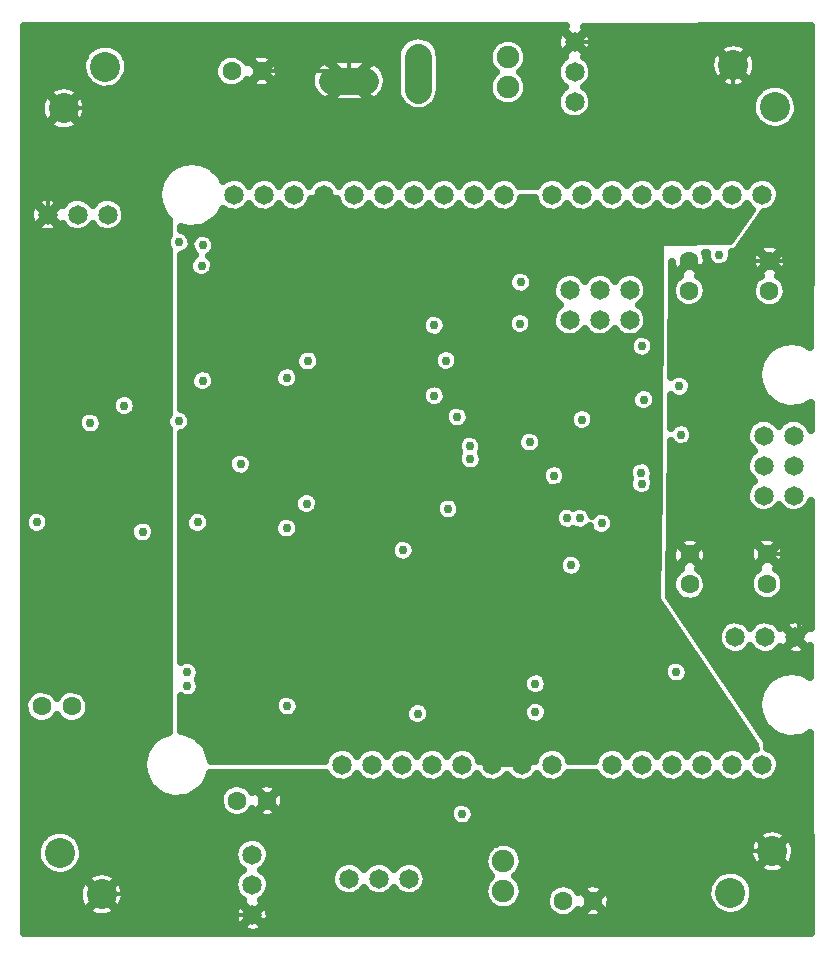
<source format=gbr>
G04 DipTrace 2.2.0.9*
%INGNDAF.gbr*%
%MOIN*%
%ADD14C,0.013*%
%ADD16C,0.03*%
%ADD20C,0.1*%
%ADD21C,0.025*%
%ADD26C,0.063*%
%ADD29C,0.065*%
%ADD33C,0.09*%
%ADD37C,0.075*%
%FSLAX44Y44*%
%SFA1B1*%
%OFA0B0*%
G04*
G70*
G90*
G75*
G01*
%LNInner1Plane*%
%LPD*%
X21141Y9902D2*
D14*
Y9949D1*
X20162Y10928D1*
X20115Y10975D1*
X19408Y11682D1*
X20003Y9948D2*
Y10769D1*
X20162Y10928D1*
X19408Y11682D2*
Y11817D1*
X18979Y12246D1*
X15949D1*
X15383Y11680D1*
X14248D1*
X13972Y11404D1*
X9935D1*
X9841Y11498D1*
Y11922D1*
X9813Y11951D1*
X18979Y12246D2*
X19703D1*
X20578Y13122D1*
Y15435D1*
Y16344D1*
X19752Y17170D1*
X18760D1*
X18641Y17289D1*
X18540Y17390D1*
X19752Y17170D2*
X19862D1*
X21377Y18685D1*
Y19591D1*
X19880Y21087D1*
X20108D1*
X20595Y21573D1*
X22178D1*
X22258Y21494D1*
Y21760D1*
X23699Y23201D1*
X24240D1*
X24323Y23284D1*
Y22292D1*
X23442Y21411D1*
X18641Y17289D2*
X18470D1*
X17741Y18018D1*
Y18796D1*
X17328Y19208D1*
Y19282D1*
X15387Y21223D1*
X14800D1*
X14740Y21163D1*
Y27978D1*
X14243Y28475D1*
Y28843D1*
X14340Y28940D1*
X17328Y19208D2*
X17246D1*
X15483Y17445D1*
X17328Y19208D2*
X14877D1*
X14795Y19290D1*
X15483Y17445D2*
X13005D1*
X11903Y16344D1*
X9728Y16867D2*
X11380D1*
X11903Y16344D1*
X20115Y10975D2*
Y12659D1*
X20578Y13122D1*
X19940Y9940D2*
X20940D1*
Y10343D1*
X21791Y11194D1*
X24361D1*
X24472Y11305D1*
X5124Y28287D2*
Y31295D1*
X5657Y31828D1*
X10364D1*
X11021D1*
X11179Y31986D1*
X12260Y33067D1*
X14848D1*
X15169Y32746D1*
Y33373D1*
X16197Y34400D1*
X22335D1*
X22692Y34043D1*
X23518D1*
X27198D1*
X27980Y33262D1*
Y32080D1*
X30125Y29935D1*
Y27003D1*
X29859Y26736D1*
X29183D1*
X29180Y26739D1*
X26510Y26748D2*
Y26567D1*
X27893D1*
Y26748D1*
X29172D1*
X27893Y26567D2*
Y22813D1*
Y20935D1*
Y18332D1*
X27801Y18240D1*
X26522Y16961D1*
X27801Y18240D2*
X27836D1*
X29104Y16972D1*
X30026D1*
X30159Y16840D1*
Y14307D1*
X30051Y14200D1*
Y14103D1*
X28892Y12944D1*
Y12511D1*
X28493Y12111D1*
Y11711D1*
X29692Y10512D1*
Y7482D1*
X29272Y7062D1*
X24960D1*
X23309Y5411D1*
Y5244D1*
X22828Y4763D1*
X21328D1*
X12117D1*
X11940Y4940D1*
X11521D1*
X10899Y5562D1*
Y6995D1*
X11198Y7295D1*
Y7513D1*
X12438Y8752D1*
X6924Y5625D2*
X8164D1*
X9239D1*
X11198Y7585D1*
Y7513D1*
X8164Y5625D2*
Y9445D1*
X7925Y9683D1*
X21328Y4763D2*
Y7057D1*
X20754Y7631D1*
X24483Y6770D2*
Y7677D1*
X24456Y7704D1*
X27893Y22813D2*
X27213D1*
X27022Y22622D1*
X27893Y20935D2*
X27060D1*
X27059Y20936D1*
X23518Y34043D2*
Y32836D1*
X23504Y32823D1*
Y31268D1*
X23496Y31260D1*
X10364Y30850D2*
Y31828D1*
X13262Y29937D2*
X13228D1*
X11179Y31986D1*
X20754Y7631D2*
Y8290D1*
X24364D1*
X24501Y8153D1*
Y7749D1*
X24456Y7704D1*
D16*
X17460Y11652D3*
X15383Y11680D3*
X16973Y17092D3*
X21999Y19578D3*
X19408Y11682D3*
X21387Y11696D3*
X9813Y11951D3*
X22447Y18163D3*
X22860Y18159D3*
X9841Y11498D3*
X22937Y21454D3*
X24938Y23893D3*
X20578Y13122D3*
Y15435D3*
X22581Y16591D3*
X15483Y17445D3*
X18540Y17390D3*
X18403Y23418D3*
X17328Y19208D3*
X18468Y18474D3*
X18775Y21540D3*
X18010Y22244D3*
X19199Y20565D3*
X19219Y20141D3*
X21193Y20704D3*
X7683Y21920D3*
X10129Y18024D3*
X14795Y19290D3*
X8288Y17708D3*
X11903Y16344D3*
X14740Y21163D3*
X21377Y18685D3*
X13793Y23408D3*
X13755Y18649D3*
X11555Y19966D3*
X18008Y24592D3*
X9784Y12574D3*
Y13029D3*
X13094Y22845D3*
Y17838D3*
X18940Y8302D3*
X19752Y17170D3*
X23442Y21411D3*
X22258Y21494D3*
X24323Y23284D3*
X4771Y18024D3*
X19880Y21087D3*
X9728Y16867D3*
X24472Y11305D3*
X7925Y9683D3*
X9501Y27357D3*
X10257Y26585D3*
X10300Y27263D3*
X21385Y12645D3*
X10296Y22748D3*
X20754Y7631D3*
X24456Y7704D3*
X27059Y20936D3*
X9492Y21398D3*
X6549Y21340D3*
X24925Y19311D3*
X20892Y26033D3*
X26084Y13038D3*
X24915Y19676D3*
X24992Y22118D3*
X23591Y17990D3*
X27520Y26943D3*
X13109Y11904D3*
X20871Y24653D3*
X26187Y22557D3*
X26234Y20945D3*
X27022Y22622D3*
X23504Y32823D3*
X23496Y31260D3*
X10364Y30850D3*
X13262Y29937D3*
X4350Y34306D2*
D21*
X22138D1*
X23246D2*
X30529D1*
X4350Y34058D2*
X16958D1*
X18004D2*
X20071D1*
X20860D2*
X22075D1*
X23305D2*
X30529D1*
X4350Y33809D2*
X6536D1*
X7555D2*
X16790D1*
X18172D2*
X19864D1*
X21071D2*
X22126D1*
X23258D2*
X27423D1*
X28539D2*
X30529D1*
X4350Y33560D2*
X6337D1*
X7754D2*
X10931D1*
X11590D2*
X11931D1*
X12590D2*
X16743D1*
X18223D2*
X19802D1*
X21129D2*
X22329D1*
X23055D2*
X27251D1*
X28711D2*
X30529D1*
X4350Y33312D2*
X6263D1*
X7829D2*
X10708D1*
X12809D2*
X14157D1*
X16180D2*
X16743D1*
X18223D2*
X19841D1*
X21090D2*
X22142D1*
X23243D2*
X27193D1*
X28770D2*
X30529D1*
X4350Y33063D2*
X6271D1*
X7821D2*
X10654D1*
X12864D2*
X13954D1*
X16383D2*
X16743D1*
X18223D2*
X20009D1*
X20922D2*
X22075D1*
X23305D2*
X27216D1*
X28743D2*
X30529D1*
X4350Y32814D2*
X6372D1*
X7719D2*
X10712D1*
X12805D2*
X13884D1*
X16457D2*
X16743D1*
X18223D2*
X19864D1*
X21067D2*
X22122D1*
X23262D2*
X27333D1*
X28625D2*
X30529D1*
X4350Y32565D2*
X5427D1*
X5887D2*
X6618D1*
X7473D2*
X10943D1*
X11575D2*
X11943D1*
X12575D2*
X13904D1*
X16434D2*
X16743D1*
X18223D2*
X19802D1*
X21129D2*
X22321D1*
X23063D2*
X27638D1*
X28321D2*
X29021D1*
X29719D2*
X30529D1*
X4350Y32317D2*
X5044D1*
X6270D2*
X14021D1*
X16317D2*
X16755D1*
X18211D2*
X19841D1*
X21094D2*
X22146D1*
X23239D2*
X28720D1*
X30016D2*
X30529D1*
X4350Y32068D2*
X4907D1*
X6407D2*
X14368D1*
X15969D2*
X16849D1*
X18114D2*
X20005D1*
X20930D2*
X22079D1*
X23305D2*
X28603D1*
X30133D2*
X30529D1*
X4350Y31819D2*
X4868D1*
X6446D2*
X17114D1*
X17852D2*
X22122D1*
X23262D2*
X28579D1*
X30157D2*
X30529D1*
X4350Y31571D2*
X4911D1*
X6403D2*
X22314D1*
X23071D2*
X28642D1*
X30098D2*
X30529D1*
X4350Y31322D2*
X5060D1*
X6254D2*
X28814D1*
X29926D2*
X30529D1*
X4350Y31073D2*
X5509D1*
X5805D2*
X30529D1*
X4350Y30825D2*
X30529D1*
X4350Y30576D2*
X30529D1*
X4350Y30327D2*
X30529D1*
X4350Y30079D2*
X30529D1*
X4350Y29830D2*
X9224D1*
X10657D2*
X30529D1*
X4350Y29581D2*
X8989D1*
X10891D2*
X30529D1*
X4350Y29333D2*
X8861D1*
X20805D2*
X21474D1*
X29407D2*
X30529D1*
X4350Y29084D2*
X8798D1*
X29536D2*
X30529D1*
X4350Y28835D2*
X4880D1*
X5368D2*
X5880D1*
X6368D2*
X6880D1*
X7368D2*
X8794D1*
X29547D2*
X30529D1*
X4350Y28586D2*
X4591D1*
X7657D2*
X8845D1*
X29438D2*
X30529D1*
X4350Y28338D2*
X4513D1*
X7735D2*
X8962D1*
X29024D2*
X30529D1*
X4350Y28089D2*
X4544D1*
X7704D2*
X9146D1*
X28848D2*
X30529D1*
X4350Y27840D2*
X4712D1*
X5536D2*
X5712D1*
X6536D2*
X6712D1*
X7536D2*
X9146D1*
X28672D2*
X30529D1*
X4350Y27592D2*
X9134D1*
X28496D2*
X30529D1*
X4350Y27343D2*
X9064D1*
X28317D2*
X30529D1*
X4350Y27094D2*
X9146D1*
X28133D2*
X28696D1*
X29664D2*
X30529D1*
X4350Y26846D2*
X9146D1*
X27950D2*
X28587D1*
X29774D2*
X30529D1*
X4350Y26597D2*
X9146D1*
X27094D2*
X27267D1*
X27774D2*
X28595D1*
X29766D2*
X30529D1*
X4350Y26348D2*
X9146D1*
X25957D2*
X26064D1*
X26954D2*
X28728D1*
X29633D2*
X30529D1*
X4350Y26100D2*
X9146D1*
X26996D2*
X28700D1*
X29661D2*
X30529D1*
X4350Y25851D2*
X9146D1*
X27106D2*
X28587D1*
X29774D2*
X30529D1*
X4350Y25602D2*
X9146D1*
X27098D2*
X28591D1*
X29770D2*
X30529D1*
X4350Y25354D2*
X9146D1*
X25950D2*
X26060D1*
X26961D2*
X28724D1*
X29637D2*
X30529D1*
X4350Y25105D2*
X9146D1*
X25946D2*
X30529D1*
X4350Y24856D2*
X9146D1*
X25946D2*
X30529D1*
X4350Y24607D2*
X9146D1*
X25942D2*
X30529D1*
X4350Y24359D2*
X9146D1*
X25942D2*
X30529D1*
X4350Y24110D2*
X9146D1*
X25942D2*
X30529D1*
X4350Y23861D2*
X9146D1*
X25938D2*
X29267D1*
X4350Y23613D2*
X9146D1*
X25938D2*
X29013D1*
X4350Y23364D2*
X9146D1*
X25934D2*
X28872D1*
X4350Y23115D2*
X9146D1*
X25934D2*
X28802D1*
X4350Y22867D2*
X9146D1*
X26489D2*
X28790D1*
X4350Y22618D2*
X9146D1*
X26621D2*
X28837D1*
X4350Y22369D2*
X9146D1*
X26582D2*
X28943D1*
X4350Y22121D2*
X7294D1*
X8071D2*
X9146D1*
X25926D2*
X29142D1*
X4350Y21872D2*
X7247D1*
X8121D2*
X9146D1*
X25922D2*
X29560D1*
X30321D2*
X30529D1*
X4350Y21623D2*
X6220D1*
X6875D2*
X7368D1*
X7996D2*
X9118D1*
X25922D2*
X30529D1*
X4350Y21375D2*
X6111D1*
X6989D2*
X9052D1*
X25922D2*
X28595D1*
X29395D2*
X29595D1*
X30395D2*
X30528D1*
X4350Y21126D2*
X6169D1*
X6930D2*
X9146D1*
X26633D2*
X28419D1*
X4350Y20877D2*
X9146D1*
X26668D2*
X28380D1*
X4350Y20628D2*
X9146D1*
X26528D2*
X28458D1*
X4350Y20380D2*
X9146D1*
X25914D2*
X28599D1*
X4350Y20131D2*
X9146D1*
X25911D2*
X28419D1*
X4350Y19882D2*
X9146D1*
X25911D2*
X28380D1*
X4350Y19634D2*
X9146D1*
X25907D2*
X28454D1*
X4350Y19385D2*
X9146D1*
X25907D2*
X28607D1*
X4350Y19136D2*
X9146D1*
X25907D2*
X28423D1*
X4350Y18888D2*
X9146D1*
X25903D2*
X28380D1*
X4350Y18639D2*
X9146D1*
X25903D2*
X28450D1*
X4350Y18390D2*
X4552D1*
X4989D2*
X9146D1*
X25899D2*
X28712D1*
X29278D2*
X29712D1*
X30278D2*
X30529D1*
X5192Y18142D2*
X9146D1*
X25895D2*
X30529D1*
X5188Y17893D2*
X7892D1*
X8684D2*
X9146D1*
X25895D2*
X30529D1*
X4350Y17644D2*
X4579D1*
X4965D2*
X7853D1*
X8723D2*
X9146D1*
X25891D2*
X30529D1*
X4350Y17396D2*
X7989D1*
X8586D2*
X9146D1*
X25887D2*
X26114D1*
X26930D2*
X28681D1*
X29524D2*
X30529D1*
X4350Y17147D2*
X9150D1*
X27094D2*
X28525D1*
X29680D2*
X30529D1*
X4350Y16898D2*
X9150D1*
X27121D2*
X28505D1*
X29704D2*
X30529D1*
X4350Y16649D2*
X9150D1*
X25879D2*
X26005D1*
X27036D2*
X28595D1*
X29610D2*
X30529D1*
X4350Y16401D2*
X9150D1*
X25875D2*
X26118D1*
X26922D2*
X28689D1*
X29520D2*
X30529D1*
X4350Y16152D2*
X9150D1*
X27094D2*
X28529D1*
X29680D2*
X30529D1*
X4350Y15903D2*
X9150D1*
X27125D2*
X28501D1*
X29704D2*
X30529D1*
X4350Y15655D2*
X9150D1*
X25868D2*
X26003D1*
X27039D2*
X28595D1*
X29614D2*
X30529D1*
X4350Y15406D2*
X9150D1*
X25961D2*
X26329D1*
X26715D2*
X28954D1*
X29254D2*
X30529D1*
X4350Y15157D2*
X9150D1*
X26129D2*
X30529D1*
X4350Y14909D2*
X9150D1*
X26297D2*
X30529D1*
X4350Y14660D2*
X9150D1*
X26465D2*
X27657D1*
X28446D2*
X28657D1*
X29446D2*
X29657D1*
X30446D2*
X30528D1*
X4350Y14411D2*
X9150D1*
X26633D2*
X27478D1*
X4350Y14163D2*
X9150D1*
X26801D2*
X27439D1*
X4350Y13914D2*
X9150D1*
X26969D2*
X27509D1*
X4350Y13665D2*
X9150D1*
X27137D2*
X27779D1*
X28325D2*
X28779D1*
X29325D2*
X29779D1*
X30325D2*
X30529D1*
X4350Y13417D2*
X9150D1*
X27305D2*
X30529D1*
X4350Y13168D2*
X9150D1*
X27473D2*
X30529D1*
X4350Y12919D2*
X9150D1*
X27641D2*
X29361D1*
X4350Y12670D2*
X9150D1*
X27805D2*
X29060D1*
X4350Y12422D2*
X4677D1*
X5188D2*
X5677D1*
X6188D2*
X9150D1*
X27973D2*
X28896D1*
X6461Y12173D2*
X9150D1*
X28141D2*
X28814D1*
X6536Y11924D2*
X9150D1*
X28309D2*
X28790D1*
X6496Y11676D2*
X9150D1*
X28477D2*
X28821D1*
X4350Y11427D2*
X4560D1*
X5305D2*
X5560D1*
X6305D2*
X9150D1*
X28645D2*
X28911D1*
X4350Y11178D2*
X9150D1*
X28813D2*
X29087D1*
X4350Y10930D2*
X8876D1*
X28981D2*
X29419D1*
X4350Y10681D2*
X8568D1*
X29121D2*
X30529D1*
X4350Y10432D2*
X8404D1*
X29289D2*
X30529D1*
X4350Y10184D2*
X8314D1*
X29500D2*
X30529D1*
X4350Y9935D2*
X8290D1*
X29555D2*
X30529D1*
X4350Y9686D2*
X8318D1*
X10563D2*
X11771D1*
X29496D2*
X30529D1*
X4350Y9438D2*
X8407D1*
X10473D2*
X14607D1*
X15274D2*
X15607D1*
X16274D2*
X16607D1*
X17274D2*
X17607D1*
X18274D2*
X18607D1*
X19274D2*
X19607D1*
X20274D2*
X20607D1*
X21274D2*
X21607D1*
X22274D2*
X23607D1*
X24274D2*
X24607D1*
X25274D2*
X25607D1*
X26274D2*
X26607D1*
X27274D2*
X27607D1*
X28274D2*
X28607D1*
X29274D2*
X30529D1*
X4350Y9189D2*
X8575D1*
X10305D2*
X11032D1*
X11844D2*
X12032D1*
X12844D2*
X30529D1*
X4350Y8940D2*
X8896D1*
X9985D2*
X10864D1*
X13012D2*
X30529D1*
X4350Y8691D2*
X10837D1*
X13039D2*
X18771D1*
X19110D2*
X30529D1*
X4350Y8443D2*
X10923D1*
X12954D2*
X18525D1*
X19356D2*
X30529D1*
X4350Y8194D2*
X11259D1*
X11621D2*
X12259D1*
X12621D2*
X18517D1*
X19368D2*
X30529D1*
X4350Y7945D2*
X18704D1*
X19176D2*
X30529D1*
X4350Y7697D2*
X5165D1*
X5903D2*
X28821D1*
X29723D2*
X30529D1*
X4350Y7448D2*
X4880D1*
X6192D2*
X11614D1*
X12266D2*
X28587D1*
X29957D2*
X30529D1*
X4350Y7199D2*
X4767D1*
X6301D2*
X11384D1*
X12496D2*
X19861D1*
X20782D2*
X28493D1*
X30051D2*
X30529D1*
X4350Y6951D2*
X4747D1*
X6321D2*
X11325D1*
X12555D2*
X19693D1*
X20946D2*
X28489D1*
X30055D2*
X30529D1*
X4350Y6702D2*
X4814D1*
X6258D2*
X11376D1*
X12504D2*
X14935D1*
X15395D2*
X15935D1*
X16395D2*
X16935D1*
X17395D2*
X19657D1*
X20985D2*
X28571D1*
X29973D2*
X30529D1*
X4350Y6453D2*
X4989D1*
X6082D2*
X11583D1*
X12297D2*
X14634D1*
X17696D2*
X19720D1*
X20922D2*
X28782D1*
X29762D2*
X30529D1*
X4350Y6205D2*
X6400D1*
X7450D2*
X11388D1*
X12493D2*
X14552D1*
X17778D2*
X19864D1*
X20778D2*
X27310D1*
X28457D2*
X30529D1*
X4350Y5956D2*
X6208D1*
X7637D2*
X11325D1*
X12555D2*
X14583D1*
X17746D2*
X19696D1*
X20946D2*
X22087D1*
X22532D2*
X23087D1*
X23532D2*
X27146D1*
X28618D2*
X30529D1*
X4350Y5707D2*
X6138D1*
X7711D2*
X11372D1*
X12508D2*
X14747D1*
X15582D2*
X15747D1*
X16582D2*
X16747D1*
X17582D2*
X19657D1*
X20985D2*
X21786D1*
X23832D2*
X27095D1*
X28672D2*
X30529D1*
X4350Y5459D2*
X6154D1*
X7696D2*
X11575D1*
X12305D2*
X19716D1*
X20922D2*
X21708D1*
X23911D2*
X27122D1*
X28641D2*
X30529D1*
X4350Y5210D2*
X6255D1*
X7590D2*
X11392D1*
X12489D2*
X19927D1*
X20715D2*
X21739D1*
X23879D2*
X27251D1*
X28516D2*
X30529D1*
X4350Y4961D2*
X6521D1*
X7329D2*
X11325D1*
X12555D2*
X21919D1*
X22700D2*
X22919D1*
X23700D2*
X27579D1*
X28188D2*
X30529D1*
X4350Y4712D2*
X11372D1*
X12508D2*
X30529D1*
X4350Y4464D2*
X11568D1*
X12313D2*
X30529D1*
X22806Y5119D2*
X22772Y5062D1*
X22687Y4971D1*
X22584Y4900D1*
X22468Y4853D1*
X22345Y4832D1*
X22221Y4838D1*
X22100Y4870D1*
X21989Y4928D1*
X21893Y5007D1*
X21817Y5105D1*
X21763Y5218D1*
X21734Y5339D1*
X21732Y5464D1*
X21757Y5586D1*
X21807Y5701D1*
X21880Y5801D1*
X21974Y5884D1*
X22083Y5945D1*
X22202Y5981D1*
X22326Y5991D1*
X22450Y5974D1*
X22567Y5931D1*
X22672Y5864D1*
X22761Y5776D1*
X22809Y5700D1*
X22864Y5783D1*
X22954Y5869D1*
X23060Y5935D1*
X23178Y5976D1*
X23301Y5991D1*
X23426Y5979D1*
X23544Y5941D1*
X23652Y5879D1*
X23745Y5795D1*
X23816Y5693D1*
X23865Y5578D1*
X23888Y5455D1*
X23885Y5336D1*
X23855Y5215D1*
X23801Y5103D1*
X23723Y5005D1*
X23627Y4926D1*
X23516Y4869D1*
X23395Y4838D1*
X23270Y4833D1*
X23148Y4854D1*
X23032Y4902D1*
X22930Y4973D1*
X22845Y5064D1*
X22809Y5118D1*
X11935Y8460D2*
X11901Y8403D1*
X11816Y8312D1*
X11713Y8242D1*
X11597Y8195D1*
X11474Y8174D1*
X11350Y8179D1*
X11229Y8212D1*
X11118Y8269D1*
X11022Y8348D1*
X10945Y8447D1*
X10891Y8559D1*
X10863Y8681D1*
X10861Y8805D1*
X10885Y8928D1*
X10936Y9042D1*
X11009Y9143D1*
X11103Y9225D1*
X11212Y9286D1*
X11331Y9322D1*
X11455Y9332D1*
X11579Y9315D1*
X11696Y9272D1*
X11801Y9205D1*
X11890Y9117D1*
X11938Y9041D1*
X11993Y9124D1*
X12083Y9211D1*
X12189Y9276D1*
X12306Y9317D1*
X12430Y9332D1*
X12555Y9321D1*
X12673Y9283D1*
X12781Y9220D1*
X12873Y9136D1*
X12945Y9034D1*
X12994Y8919D1*
X13017Y8796D1*
X13013Y8678D1*
X12984Y8556D1*
X12930Y8444D1*
X12852Y8346D1*
X12756Y8267D1*
X12645Y8210D1*
X12524Y8179D1*
X12399Y8174D1*
X12276Y8196D1*
X12161Y8243D1*
X12059Y8314D1*
X11974Y8405D1*
X11938Y8460D1*
X29747Y25615D2*
X29707Y25497D1*
X29643Y25390D1*
X29558Y25299D1*
X29455Y25228D1*
X29339Y25181D1*
X29216Y25160D1*
X29092Y25166D1*
X28971Y25198D1*
X28860Y25255D1*
X28764Y25335D1*
X28687Y25433D1*
X28633Y25546D1*
X28605Y25667D1*
X28603Y25792D1*
X28627Y25914D1*
X28678Y26029D1*
X28751Y26129D1*
X28845Y26212D1*
X28889Y26237D1*
X28782Y26318D1*
X28701Y26412D1*
X28642Y26523D1*
X28608Y26643D1*
X28601Y26767D1*
X28620Y26890D1*
X28666Y27007D1*
X28735Y27110D1*
X28825Y27197D1*
X28931Y27263D1*
X29048Y27304D1*
X29172Y27319D1*
X29296Y27307D1*
X29415Y27269D1*
X29523Y27207D1*
X29615Y27123D1*
X29687Y27021D1*
X29736Y26906D1*
X29759Y26783D1*
X29755Y26664D1*
X29726Y26543D1*
X29672Y26431D1*
X29594Y26333D1*
X29498Y26254D1*
X29475Y26239D1*
X29543Y26192D1*
X29631Y26104D1*
X29699Y25999D1*
X29742Y25882D1*
X29760Y25739D1*
X29747Y25615D1*
X11756Y32775D2*
X11722Y32718D1*
X11637Y32627D1*
X11534Y32556D1*
X11419Y32509D1*
X11296Y32488D1*
X11171Y32494D1*
X11050Y32526D1*
X10940Y32583D1*
X10844Y32663D1*
X10767Y32761D1*
X10713Y32874D1*
X10684Y32995D1*
X10682Y33120D1*
X10707Y33242D1*
X10757Y33356D1*
X10831Y33457D1*
X10924Y33540D1*
X11033Y33601D1*
X11152Y33637D1*
X11277Y33647D1*
X11400Y33630D1*
X11517Y33587D1*
X11622Y33519D1*
X11711Y33431D1*
X11759Y33356D1*
X11814Y33438D1*
X11904Y33525D1*
X12010Y33591D1*
X12128Y33632D1*
X12252Y33647D1*
X12376Y33635D1*
X12495Y33597D1*
X12603Y33535D1*
X12695Y33451D1*
X12767Y33349D1*
X12815Y33234D1*
X12838Y33111D1*
X12835Y32992D1*
X12805Y32871D1*
X12751Y32759D1*
X12674Y32661D1*
X12577Y32582D1*
X12466Y32525D1*
X12345Y32493D1*
X12221Y32488D1*
X12098Y32510D1*
X11982Y32558D1*
X11880Y32629D1*
X11795Y32720D1*
X11759Y32774D1*
X5429Y11598D2*
X5395Y11541D1*
X5309Y11450D1*
X5206Y11379D1*
X5091Y11332D1*
X4968Y11311D1*
X4843Y11317D1*
X4723Y11349D1*
X4612Y11406D1*
X4516Y11486D1*
X4439Y11584D1*
X4385Y11697D1*
X4356Y11818D1*
X4354Y11943D1*
X4379Y12065D1*
X4429Y12180D1*
X4503Y12280D1*
X4596Y12363D1*
X4705Y12424D1*
X4824Y12460D1*
X4949Y12470D1*
X5072Y12453D1*
X5189Y12410D1*
X5295Y12343D1*
X5383Y12255D1*
X5432Y12179D1*
X5503Y12280D1*
X5596Y12363D1*
X5705Y12424D1*
X5824Y12460D1*
X5949Y12470D1*
X6072Y12453D1*
X6189Y12410D1*
X6295Y12343D1*
X6383Y12255D1*
X6450Y12150D1*
X6494Y12033D1*
X6512Y11890D1*
X6498Y11766D1*
X6459Y11648D1*
X6395Y11541D1*
X6309Y11450D1*
X6206Y11379D1*
X6091Y11332D1*
X5968Y11311D1*
X5843Y11317D1*
X5723Y11349D1*
X5612Y11406D1*
X5516Y11486D1*
X5434Y11595D1*
X29670Y15848D2*
X29631Y15730D1*
X29567Y15623D1*
X29481Y15532D1*
X29378Y15461D1*
X29263Y15414D1*
X29140Y15393D1*
X29015Y15399D1*
X28894Y15431D1*
X28784Y15488D1*
X28688Y15568D1*
X28611Y15666D1*
X28557Y15779D1*
X28528Y15900D1*
X28526Y16025D1*
X28551Y16147D1*
X28601Y16261D1*
X28675Y16362D1*
X28768Y16445D1*
X28812Y16470D1*
X28705Y16551D1*
X28624Y16645D1*
X28566Y16755D1*
X28532Y16876D1*
X28524Y17000D1*
X28544Y17123D1*
X28589Y17240D1*
X28658Y17343D1*
X28748Y17430D1*
X28854Y17496D1*
X28972Y17537D1*
X29096Y17552D1*
X29220Y17540D1*
X29339Y17502D1*
X29447Y17440D1*
X29539Y17356D1*
X29611Y17254D1*
X29659Y17139D1*
X29682Y17016D1*
X29679Y16897D1*
X29649Y16776D1*
X29595Y16664D1*
X29518Y16566D1*
X29421Y16487D1*
X29398Y16472D1*
X29466Y16425D1*
X29555Y16336D1*
X29622Y16232D1*
X29666Y16115D1*
X29684Y15972D1*
X29670Y15848D1*
X27076Y25624D2*
X27037Y25506D1*
X26973Y25398D1*
X26887Y25308D1*
X26784Y25237D1*
X26669Y25190D1*
X26546Y25169D1*
X26421Y25175D1*
X26301Y25207D1*
X26190Y25264D1*
X26094Y25344D1*
X26017Y25442D1*
X25963Y25555D1*
X25934Y25676D1*
X25932Y25801D1*
X25957Y25923D1*
X26007Y26037D1*
X26081Y26138D1*
X26174Y26221D1*
X26218Y26245D1*
X26112Y26326D1*
X26031Y26421D1*
X25972Y26531D1*
X25938Y26651D1*
X25933Y26691D1*
X25906Y22862D1*
X25990Y22922D1*
X26107Y22964D1*
X26232Y22970D1*
X26352Y22938D1*
X26458Y22872D1*
X26539Y22778D1*
X26589Y22663D1*
X26602Y22557D1*
X26584Y22434D1*
X26529Y22322D1*
X26444Y22231D1*
X26336Y22170D1*
X26214Y22143D1*
X26090Y22154D1*
X25975Y22201D1*
X25900Y22262D1*
X25894Y21182D1*
X25937Y21235D1*
X26037Y21310D1*
X26154Y21353D1*
X26278Y21358D1*
X26399Y21326D1*
X26504Y21260D1*
X26586Y21166D1*
X26635Y21052D1*
X26649Y20945D1*
X26630Y20822D1*
X26576Y20710D1*
X26491Y20619D1*
X26383Y20558D1*
X26261Y20531D1*
X26137Y20542D1*
X26022Y20589D1*
X25925Y20668D1*
X25889Y20723D1*
X25876Y18584D1*
X25841Y15551D1*
X29057Y10780D1*
X29100Y10660D1*
X29117Y10501D1*
X29265Y10432D1*
X29362Y10353D1*
X29439Y10255D1*
X29494Y10143D1*
X29524Y10022D1*
X29530Y9940D1*
X29517Y9816D1*
X29478Y9697D1*
X29415Y9590D1*
X29331Y9498D1*
X29229Y9426D1*
X29114Y9376D1*
X28992Y9352D1*
X28867Y9355D1*
X28745Y9383D1*
X28633Y9436D1*
X28534Y9512D1*
X28440Y9631D1*
X28415Y9590D1*
X28331Y9498D1*
X28229Y9426D1*
X28114Y9376D1*
X27992Y9352D1*
X27867Y9355D1*
X27745Y9383D1*
X27633Y9436D1*
X27534Y9512D1*
X27440Y9631D1*
X27415Y9590D1*
X27331Y9498D1*
X27229Y9426D1*
X27114Y9376D1*
X26992Y9352D1*
X26867Y9355D1*
X26745Y9383D1*
X26633Y9436D1*
X26534Y9512D1*
X26440Y9631D1*
X26415Y9590D1*
X26331Y9498D1*
X26229Y9426D1*
X26114Y9376D1*
X25992Y9352D1*
X25867Y9355D1*
X25745Y9383D1*
X25633Y9436D1*
X25534Y9512D1*
X25440Y9631D1*
X25415Y9590D1*
X25331Y9498D1*
X25229Y9426D1*
X25114Y9376D1*
X24992Y9352D1*
X24867Y9355D1*
X24745Y9383D1*
X24633Y9436D1*
X24534Y9512D1*
X24440Y9631D1*
X24415Y9590D1*
X24331Y9498D1*
X24229Y9426D1*
X24114Y9376D1*
X23992Y9352D1*
X23867Y9355D1*
X23745Y9383D1*
X23633Y9436D1*
X23534Y9512D1*
X23453Y9607D1*
X23410Y9676D1*
X22469Y9677D1*
X22415Y9590D1*
X22331Y9498D1*
X22229Y9426D1*
X22114Y9376D1*
X21992Y9352D1*
X21867Y9355D1*
X21745Y9383D1*
X21633Y9436D1*
X21534Y9512D1*
X21440Y9631D1*
X21415Y9590D1*
X21331Y9498D1*
X21229Y9426D1*
X21114Y9376D1*
X20992Y9352D1*
X20867Y9355D1*
X20745Y9383D1*
X20633Y9436D1*
X20534Y9512D1*
X20451Y9611D1*
X20428Y9610D1*
X20331Y9498D1*
X20229Y9426D1*
X20114Y9376D1*
X19992Y9352D1*
X19867Y9355D1*
X19745Y9383D1*
X19633Y9436D1*
X19534Y9512D1*
X19440Y9631D1*
X19415Y9590D1*
X19331Y9498D1*
X19229Y9426D1*
X19114Y9376D1*
X18992Y9352D1*
X18867Y9355D1*
X18745Y9383D1*
X18633Y9436D1*
X18534Y9512D1*
X18440Y9631D1*
X18415Y9590D1*
X18331Y9498D1*
X18229Y9426D1*
X18114Y9376D1*
X17992Y9352D1*
X17867Y9355D1*
X17745Y9383D1*
X17633Y9436D1*
X17534Y9512D1*
X17440Y9631D1*
X17415Y9590D1*
X17331Y9498D1*
X17229Y9426D1*
X17114Y9376D1*
X16992Y9352D1*
X16867Y9355D1*
X16745Y9383D1*
X16633Y9436D1*
X16534Y9512D1*
X16440Y9631D1*
X16415Y9590D1*
X16331Y9498D1*
X16229Y9426D1*
X16114Y9376D1*
X15992Y9352D1*
X15867Y9355D1*
X15745Y9383D1*
X15633Y9436D1*
X15534Y9512D1*
X15440Y9631D1*
X15415Y9590D1*
X15331Y9498D1*
X15229Y9426D1*
X15114Y9376D1*
X14992Y9352D1*
X14867Y9355D1*
X14745Y9383D1*
X14633Y9436D1*
X14534Y9512D1*
X14453Y9607D1*
X14410Y9686D1*
X12160D1*
X10539Y9687D1*
X10457Y9456D1*
X10397Y9347D1*
X10326Y9244D1*
X10243Y9150D1*
X10151Y9066D1*
X10050Y8993D1*
X9941Y8931D1*
X9826Y8882D1*
X9707Y8846D1*
X9584Y8823D1*
X9459Y8814D1*
X9334Y8819D1*
X9211Y8837D1*
X9090Y8869D1*
X8974Y8915D1*
X8863Y8973D1*
X8759Y9043D1*
X8664Y9123D1*
X8579Y9214D1*
X8503Y9314D1*
X8440Y9422D1*
X8389Y9536D1*
X8350Y9655D1*
X8326Y9777D1*
X8314Y9902D1*
X8317Y10026D1*
X8334Y10150D1*
X8364Y10272D1*
X8407Y10389D1*
X8463Y10500D1*
X8531Y10605D1*
X8610Y10702D1*
X8700Y10789D1*
X8798Y10866D1*
X8905Y10931D1*
X9018Y10984D1*
X9170Y11032D1*
X9174Y11578D1*
X9172Y21137D1*
X9115Y21225D1*
X9080Y21344D1*
X9083Y21469D1*
X9122Y21587D1*
X9170Y21653D1*
Y27105D1*
X9124Y27183D1*
X9090Y27303D1*
X9093Y27428D1*
X9132Y27546D1*
X9171Y27599D1*
X9170Y28121D1*
X9079Y28214D1*
X9003Y28314D1*
X8940Y28422D1*
X8889Y28536D1*
X8850Y28655D1*
X8826Y28777D1*
X8814Y28902D1*
X8817Y29026D1*
X8834Y29150D1*
X8864Y29272D1*
X8907Y29389D1*
X8963Y29500D1*
X9031Y29605D1*
X9110Y29702D1*
X9200Y29789D1*
X9298Y29866D1*
X9405Y29931D1*
X9518Y29984D1*
X9636Y30025D1*
X9758Y30052D1*
X9882Y30065D1*
X10007Y30064D1*
X10131Y30050D1*
X10253Y30022D1*
X10371Y29981D1*
X10484Y29926D1*
X10590Y29860D1*
X10687Y29783D1*
X10776Y29695D1*
X10855Y29597D1*
X10922Y29492D1*
X10968Y29397D1*
X11070Y29465D1*
X11186Y29510D1*
X11310Y29529D1*
X11434Y29522D1*
X11555Y29490D1*
X11665Y29432D1*
X11762Y29353D1*
X11841Y29251D1*
X11878Y29307D1*
X11966Y29396D1*
X12070Y29465D1*
X12186Y29510D1*
X12310Y29529D1*
X12434Y29522D1*
X12555Y29490D1*
X12665Y29432D1*
X12762Y29353D1*
X12841Y29251D1*
X12878Y29307D1*
X12966Y29396D1*
X13070Y29465D1*
X13186Y29510D1*
X13310Y29529D1*
X13434Y29522D1*
X13555Y29490D1*
X13665Y29432D1*
X13762Y29353D1*
X13841Y29251D1*
X13878Y29307D1*
X13966Y29396D1*
X14070Y29465D1*
X14186Y29510D1*
X14310Y29529D1*
X14434Y29522D1*
X14555Y29490D1*
X14665Y29432D1*
X14762Y29353D1*
X14841Y29251D1*
X14878Y29307D1*
X14966Y29396D1*
X15070Y29465D1*
X15186Y29510D1*
X15310Y29529D1*
X15434Y29522D1*
X15555Y29490D1*
X15665Y29432D1*
X15762Y29353D1*
X15841Y29251D1*
X15878Y29307D1*
X15966Y29396D1*
X16070Y29465D1*
X16186Y29510D1*
X16310Y29529D1*
X16434Y29522D1*
X16555Y29490D1*
X16665Y29432D1*
X16762Y29353D1*
X16841Y29251D1*
X16878Y29307D1*
X16966Y29396D1*
X17070Y29465D1*
X17186Y29510D1*
X17310Y29529D1*
X17434Y29522D1*
X17555Y29490D1*
X17665Y29432D1*
X17762Y29353D1*
X17841Y29251D1*
X17878Y29307D1*
X17966Y29396D1*
X18070Y29465D1*
X18186Y29510D1*
X18310Y29529D1*
X18434Y29522D1*
X18555Y29490D1*
X18665Y29432D1*
X18762Y29353D1*
X18841Y29251D1*
X18878Y29307D1*
X18966Y29396D1*
X19070Y29465D1*
X19186Y29510D1*
X19310Y29529D1*
X19434Y29522D1*
X19555Y29490D1*
X19665Y29432D1*
X19762Y29353D1*
X19841Y29251D1*
X19878Y29307D1*
X19966Y29396D1*
X20070Y29465D1*
X20186Y29510D1*
X20310Y29529D1*
X20434Y29522D1*
X20555Y29490D1*
X20665Y29432D1*
X20762Y29353D1*
X20854Y29223D1*
X21269Y29224D1*
X21428Y29234D1*
X21478Y29307D1*
X21566Y29396D1*
X21670Y29465D1*
X21786Y29510D1*
X21910Y29529D1*
X22034Y29522D1*
X22155Y29490D1*
X22265Y29432D1*
X22362Y29353D1*
X22437Y29258D1*
X22566Y29396D1*
X22670Y29465D1*
X22786Y29510D1*
X22910Y29529D1*
X23034Y29522D1*
X23155Y29490D1*
X23265Y29432D1*
X23362Y29353D1*
X23437Y29258D1*
X23566Y29396D1*
X23670Y29465D1*
X23786Y29510D1*
X23910Y29529D1*
X24034Y29522D1*
X24155Y29490D1*
X24265Y29432D1*
X24362Y29353D1*
X24437Y29258D1*
X24566Y29396D1*
X24670Y29465D1*
X24786Y29510D1*
X24910Y29529D1*
X25034Y29522D1*
X25155Y29490D1*
X25265Y29432D1*
X25362Y29353D1*
X25441Y29251D1*
X25478Y29307D1*
X25566Y29396D1*
X25670Y29465D1*
X25786Y29510D1*
X25910Y29529D1*
X26034Y29522D1*
X26155Y29490D1*
X26265Y29432D1*
X26362Y29353D1*
X26441Y29251D1*
X26478Y29307D1*
X26566Y29396D1*
X26670Y29465D1*
X26786Y29510D1*
X26910Y29529D1*
X27034Y29522D1*
X27155Y29490D1*
X27265Y29432D1*
X27362Y29353D1*
X27441Y29251D1*
X27478Y29307D1*
X27566Y29396D1*
X27670Y29465D1*
X27786Y29510D1*
X27910Y29529D1*
X28034Y29522D1*
X28155Y29490D1*
X28265Y29432D1*
X28362Y29353D1*
X28441Y29251D1*
X28478Y29307D1*
X28566Y29396D1*
X28670Y29465D1*
X28786Y29510D1*
X28910Y29529D1*
X29034Y29522D1*
X29155Y29490D1*
X29265Y29432D1*
X29362Y29353D1*
X29439Y29255D1*
X29494Y29143D1*
X29524Y29022D1*
X29530Y28940D1*
X29517Y28816D1*
X29478Y28697D1*
X29415Y28590D1*
X29331Y28498D1*
X29229Y28426D1*
X29114Y28376D1*
X29011Y28356D1*
X28150Y27141D1*
X28057Y27060D1*
X27939Y27030D1*
X27927Y27029D1*
X27935Y26943D1*
X27916Y26820D1*
X27862Y26708D1*
X27777Y26617D1*
X27668Y26556D1*
X27547Y26529D1*
X27423Y26540D1*
X27307Y26587D1*
X27211Y26666D1*
X27143Y26770D1*
X27108Y26889D1*
X27111Y27010D1*
X27029Y27007D1*
X27072Y26890D1*
X27090Y26767D1*
X27081Y26648D1*
X27047Y26528D1*
X26987Y26419D1*
X26906Y26324D1*
X26804Y26248D1*
X26873Y26200D1*
X26961Y26112D1*
X27029Y26007D1*
X27072Y25890D1*
X27090Y25748D1*
X27076Y25624D1*
X27088Y15837D2*
X27049Y15718D1*
X26984Y15611D1*
X26899Y15520D1*
X26796Y15450D1*
X26681Y15403D1*
X26558Y15382D1*
X26433Y15388D1*
X26312Y15420D1*
X26202Y15477D1*
X26106Y15557D1*
X26029Y15655D1*
X25975Y15767D1*
X25946Y15889D1*
X25944Y16014D1*
X25969Y16136D1*
X26019Y16250D1*
X26093Y16351D1*
X26186Y16434D1*
X26230Y16458D1*
X26123Y16539D1*
X26042Y16634D1*
X25984Y16744D1*
X25950Y16864D1*
X25942Y16989D1*
X25962Y17112D1*
X26007Y17228D1*
X26076Y17332D1*
X26166Y17419D1*
X26272Y17484D1*
X26390Y17525D1*
X26514Y17541D1*
X26638Y17529D1*
X26757Y17491D1*
X26865Y17428D1*
X26957Y17344D1*
X27029Y17242D1*
X27077Y17127D1*
X27100Y17005D1*
X27097Y16886D1*
X27067Y16765D1*
X27013Y16652D1*
X26936Y16555D1*
X26839Y16475D1*
X26816Y16461D1*
X26884Y16413D1*
X26973Y16325D1*
X27040Y16220D1*
X27084Y16103D1*
X27102Y15961D1*
X27088Y15837D1*
X28685Y20419D2*
X28589Y20493D1*
X28508Y20588D1*
X28449Y20697D1*
X28414Y20817D1*
X28406Y20942D1*
X28423Y21065D1*
X28466Y21182D1*
X28533Y21288D1*
X28621Y21376D1*
X28725Y21445D1*
X28842Y21490D1*
X28965Y21510D1*
X29089Y21503D1*
X29210Y21470D1*
X29321Y21412D1*
X29417Y21333D1*
X29496Y21232D1*
X29533Y21288D1*
X29621Y21376D1*
X29725Y21445D1*
X29842Y21490D1*
X29965Y21510D1*
X30089Y21503D1*
X30210Y21470D1*
X30321Y21412D1*
X30417Y21333D1*
X30494Y21235D1*
X30556Y21097D1*
X30555Y21993D1*
X30441Y21931D1*
X30326Y21882D1*
X30207Y21846D1*
X30084Y21823D1*
X29959Y21814D1*
X29834Y21819D1*
X29711Y21837D1*
X29590Y21869D1*
X29474Y21915D1*
X29363Y21973D1*
X29259Y22043D1*
X29164Y22123D1*
X29079Y22214D1*
X29003Y22314D1*
X28940Y22422D1*
X28889Y22536D1*
X28850Y22655D1*
X28826Y22777D1*
X28814Y22902D1*
X28817Y23026D1*
X28834Y23150D1*
X28864Y23272D1*
X28907Y23389D1*
X28963Y23500D1*
X29031Y23605D1*
X29110Y23702D1*
X29200Y23789D1*
X29298Y23866D1*
X29405Y23931D1*
X29518Y23984D1*
X29636Y24025D1*
X29758Y24052D1*
X29882Y24065D1*
X30007Y24064D1*
X30131Y24050D1*
X30253Y24022D1*
X30371Y23981D1*
X30553Y23883D1*
X30555Y27950D1*
Y34555D1*
X22996Y34549D1*
X23095Y34474D1*
X23177Y34379D1*
X23237Y34270D1*
X23272Y34150D1*
X23281Y34018D1*
X23263Y33895D1*
X23219Y33778D1*
X23151Y33673D1*
X23063Y33585D1*
X23005Y33544D1*
X23113Y33456D1*
X23191Y33358D1*
X23246Y33246D1*
X23276Y33125D1*
X23282Y33043D1*
X23269Y32919D1*
X23230Y32801D1*
X23167Y32693D1*
X23082Y32601D1*
X23003Y32545D1*
X23113Y32456D1*
X23191Y32358D1*
X23246Y32246D1*
X23276Y32125D1*
X23282Y32043D1*
X23269Y31919D1*
X23230Y31801D1*
X23167Y31693D1*
X23082Y31601D1*
X22980Y31529D1*
X22866Y31480D1*
X22743Y31456D1*
X22619Y31458D1*
X22497Y31486D1*
X22384Y31540D1*
X22285Y31616D1*
X22205Y31711D1*
X22145Y31821D1*
X22111Y31940D1*
X22102Y32065D1*
X22120Y32188D1*
X22163Y32305D1*
X22230Y32411D1*
X22318Y32500D1*
X22379Y32540D1*
X22285Y32616D1*
X22205Y32711D1*
X22145Y32821D1*
X22111Y32940D1*
X22102Y33065D1*
X22120Y33188D1*
X22163Y33305D1*
X22230Y33411D1*
X22318Y33500D1*
X22379Y33540D1*
X22268Y33633D1*
X22191Y33732D1*
X22136Y33844D1*
X22107Y33965D1*
X22104Y34090D1*
X22126Y34213D1*
X22175Y34328D1*
X22246Y34430D1*
X22337Y34515D1*
X22398Y34555D1*
X4325D1*
Y4325D1*
X30555D1*
X30550Y10993D1*
X30441Y10931D1*
X30326Y10882D1*
X30207Y10846D1*
X30084Y10823D1*
X29959Y10814D1*
X29834Y10819D1*
X29711Y10837D1*
X29590Y10869D1*
X29474Y10915D1*
X29363Y10973D1*
X29259Y11043D1*
X29164Y11123D1*
X29079Y11214D1*
X29003Y11314D1*
X28940Y11422D1*
X28889Y11536D1*
X28850Y11655D1*
X28826Y11777D1*
X28814Y11902D1*
X28817Y12026D1*
X28834Y12150D1*
X28864Y12272D1*
X28907Y12389D1*
X28963Y12500D1*
X29031Y12605D1*
X29110Y12702D1*
X29200Y12789D1*
X29298Y12866D1*
X29405Y12931D1*
X29518Y12984D1*
X29636Y13025D1*
X29758Y13052D1*
X29882Y13065D1*
X30007Y13064D1*
X30131Y13050D1*
X30253Y13022D1*
X30371Y12981D1*
X30553Y12883D1*
X30554Y13891D1*
X30478Y13792D1*
X30383Y13712D1*
X30273Y13653D1*
X30153Y13619D1*
X30028Y13610D1*
X29905Y13628D1*
X29788Y13672D1*
X29683Y13739D1*
X29594Y13827D1*
X29551Y13887D1*
X29442Y13757D1*
X29340Y13685D1*
X29226Y13636D1*
X29103Y13612D1*
X28978Y13614D1*
X28857Y13643D1*
X28744Y13696D1*
X28645Y13772D1*
X28551Y13891D1*
X28526Y13849D1*
X28442Y13757D1*
X28340Y13685D1*
X28226Y13636D1*
X28103Y13612D1*
X27978Y13614D1*
X27857Y13643D1*
X27744Y13696D1*
X27645Y13772D1*
X27564Y13867D1*
X27505Y13977D1*
X27471Y14097D1*
X27462Y14221D1*
X27480Y14345D1*
X27523Y14462D1*
X27590Y14567D1*
X27677Y14656D1*
X27782Y14724D1*
X27898Y14769D1*
X28021Y14789D1*
X28146Y14782D1*
X28266Y14749D1*
X28377Y14692D1*
X28473Y14612D1*
X28552Y14511D1*
X28590Y14567D1*
X28677Y14656D1*
X28782Y14724D1*
X28898Y14769D1*
X29021Y14789D1*
X29146Y14782D1*
X29266Y14749D1*
X29377Y14692D1*
X29473Y14612D1*
X29552Y14511D1*
X29606Y14586D1*
X29697Y14671D1*
X29804Y14735D1*
X29922Y14775D1*
X30046Y14790D1*
X30170Y14778D1*
X30289Y14740D1*
X30397Y14678D1*
X30490Y14594D1*
X30555Y14507D1*
Y18735D1*
X30533Y18678D1*
X30470Y18570D1*
X30386Y18478D1*
X30284Y18406D1*
X30169Y18357D1*
X30047Y18333D1*
X29922Y18335D1*
X29801Y18363D1*
X29688Y18417D1*
X29589Y18493D1*
X29495Y18612D1*
X29470Y18570D1*
X29386Y18478D1*
X29284Y18406D1*
X29169Y18357D1*
X29047Y18333D1*
X28922Y18335D1*
X28801Y18363D1*
X28688Y18417D1*
X28589Y18493D1*
X28508Y18588D1*
X28449Y18697D1*
X28414Y18817D1*
X28406Y18942D1*
X28423Y19065D1*
X28466Y19182D1*
X28533Y19288D1*
X28621Y19376D1*
X28683Y19417D1*
X28589Y19493D1*
X28508Y19588D1*
X28449Y19697D1*
X28414Y19817D1*
X28406Y19942D1*
X28423Y20065D1*
X28466Y20182D1*
X28533Y20288D1*
X28621Y20376D1*
X28683Y20417D1*
X18186Y32322D2*
X18153Y32201D1*
X18101Y32088D1*
X18029Y31986D1*
X17941Y31898D1*
X17838Y31826D1*
X17725Y31774D1*
X17604Y31742D1*
X17480Y31731D1*
X17355Y31742D1*
X17235Y31775D1*
X17122Y31828D1*
X17020Y31900D1*
X16932Y31989D1*
X16861Y32091D1*
X16809Y32205D1*
X16777Y32325D1*
X16767Y32446D1*
Y33550D1*
X16778Y33674D1*
X16811Y33795D1*
X16865Y33907D1*
X16937Y34009D1*
X17026Y34097D1*
X17129Y34168D1*
X17242Y34220D1*
X17363Y34251D1*
X17487Y34261D1*
X17612Y34249D1*
X17732Y34216D1*
X17845Y34162D1*
X17946Y34090D1*
X18034Y34001D1*
X18104Y33898D1*
X18156Y33784D1*
X18187Y33663D1*
X18197Y33546D1*
Y32446D1*
X18186Y32322D1*
X16434Y32721D2*
X16419Y32597D1*
X16382Y32478D1*
X16325Y32367D1*
X16250Y32267D1*
X16159Y32182D1*
X16054Y32114D1*
X15939Y32066D1*
X15817Y32038D1*
X15694Y32031D1*
X14619D1*
X14620Y32048D1*
X14617Y32031D1*
X14493Y32042D1*
X14373Y32075D1*
X14260Y32128D1*
X14158Y32200D1*
X14070Y32289D1*
X13998Y32391D1*
X13946Y32505D1*
X13914Y32625D1*
X13904Y32750D1*
X13916Y32874D1*
X13949Y32995D1*
X14002Y33107D1*
X14074Y33209D1*
X14163Y33297D1*
X14266Y33368D1*
X14380Y33420D1*
X14500Y33451D1*
X14619Y33461D1*
X15800Y33457D1*
X15922Y33432D1*
X16038Y33386D1*
X16145Y33321D1*
X16238Y33238D1*
X16316Y33140D1*
X16375Y33030D1*
X16415Y32912D1*
X16433Y32789D1*
X16434Y32721D1*
X21094Y32411D2*
X21058Y32291D1*
X21000Y32181D1*
X20921Y32084D1*
X20825Y32005D1*
X20715Y31945D1*
X20596Y31908D1*
X20472Y31895D1*
X20347Y31906D1*
X20228Y31941D1*
X20117Y31999D1*
X20020Y32077D1*
X19939Y32172D1*
X19879Y32281D1*
X19841Y32400D1*
X19827Y32524D1*
X19837Y32649D1*
X19871Y32769D1*
X19927Y32880D1*
X20005Y32978D1*
X20067Y33031D1*
X19939Y33172D1*
X19879Y33281D1*
X19841Y33400D1*
X19827Y33524D1*
X19837Y33649D1*
X19871Y33769D1*
X19927Y33880D1*
X20005Y33978D1*
X20099Y34059D1*
X20208Y34120D1*
X20327Y34159D1*
X20451Y34175D1*
X20575Y34166D1*
X20695Y34133D1*
X20807Y34077D1*
X20906Y34000D1*
X20988Y33906D1*
X21050Y33798D1*
X21090Y33680D1*
X21106Y33535D1*
X21094Y33411D1*
X21058Y33291D1*
X21000Y33181D1*
X20921Y33084D1*
X20864Y33037D1*
X20988Y32906D1*
X21050Y32798D1*
X21090Y32680D1*
X21106Y32535D1*
X21094Y32411D1*
X20948Y6608D2*
X20912Y6488D1*
X20854Y6378D1*
X20775Y6281D1*
X20718Y6234D1*
X20842Y6103D1*
X20904Y5995D1*
X20944Y5877D1*
X20961Y5732D1*
X20948Y5608D1*
X20912Y5488D1*
X20854Y5378D1*
X20775Y5281D1*
X20679Y5202D1*
X20569Y5142D1*
X20450Y5105D1*
X20326Y5092D1*
X20202Y5103D1*
X20082Y5138D1*
X19971Y5196D1*
X19874Y5274D1*
X19793Y5369D1*
X19733Y5478D1*
X19695Y5597D1*
X19681Y5721D1*
X19691Y5846D1*
X19725Y5966D1*
X19781Y6077D1*
X19859Y6175D1*
X19921Y6228D1*
X19793Y6369D1*
X19733Y6478D1*
X19695Y6597D1*
X19681Y6721D1*
X19691Y6846D1*
X19725Y6966D1*
X19781Y7077D1*
X19859Y7175D1*
X19953Y7256D1*
X20062Y7317D1*
X20181Y7356D1*
X20305Y7372D1*
X20429Y7363D1*
X20549Y7329D1*
X20661Y7274D1*
X20760Y7197D1*
X20842Y7103D1*
X20904Y6995D1*
X20944Y6877D1*
X20961Y6732D1*
X20948Y6608D1*
X12517Y6816D2*
X12478Y6697D1*
X12415Y6590D1*
X12331Y6498D1*
X12251Y6441D1*
X12362Y6353D1*
X12439Y6255D1*
X12494Y6143D1*
X12524Y6022D1*
X12530Y5940D1*
X12517Y5816D1*
X12478Y5697D1*
X12415Y5590D1*
X12331Y5498D1*
X12251Y5441D1*
X12344Y5370D1*
X12425Y5276D1*
X12485Y5166D1*
X12520Y5046D1*
X12529Y4915D1*
X12511Y4792D1*
X12467Y4675D1*
X12400Y4570D1*
X12311Y4482D1*
X12207Y4414D1*
X12090Y4369D1*
X11967Y4351D1*
X11842Y4358D1*
X11722Y4392D1*
X11612Y4450D1*
X11516Y4530D1*
X11439Y4628D1*
X11385Y4740D1*
X11355Y4862D1*
X11352Y4986D1*
X11375Y5109D1*
X11423Y5224D1*
X11494Y5327D1*
X11585Y5412D1*
X11627Y5440D1*
X11534Y5512D1*
X11453Y5607D1*
X11394Y5717D1*
X11359Y5837D1*
X11350Y5961D1*
X11368Y6085D1*
X11411Y6202D1*
X11478Y6307D1*
X11566Y6396D1*
X11628Y6437D1*
X11534Y6512D1*
X11453Y6607D1*
X11394Y6717D1*
X11359Y6837D1*
X11350Y6961D1*
X11368Y7085D1*
X11411Y7202D1*
X11478Y7307D1*
X11566Y7396D1*
X11670Y7465D1*
X11786Y7510D1*
X11910Y7529D1*
X12034Y7522D1*
X12155Y7490D1*
X12265Y7432D1*
X12362Y7353D1*
X12439Y7255D1*
X12494Y7143D1*
X12524Y7022D1*
X12530Y6940D1*
X12517Y6816D1*
X7701Y28163D2*
X7662Y28045D1*
X7599Y27937D1*
X7514Y27845D1*
X7413Y27773D1*
X7298Y27723D1*
X7176Y27699D1*
X7051Y27702D1*
X6929Y27730D1*
X6817Y27783D1*
X6718Y27859D1*
X6624Y27978D1*
X6599Y27937D1*
X6514Y27845D1*
X6413Y27773D1*
X6298Y27723D1*
X6176Y27699D1*
X6051Y27702D1*
X5929Y27730D1*
X5817Y27783D1*
X5718Y27859D1*
X5624Y27978D1*
X5567Y27898D1*
X5476Y27813D1*
X5368Y27750D1*
X5250Y27711D1*
X5126Y27697D1*
X5002Y27710D1*
X4883Y27749D1*
X4775Y27811D1*
X4683Y27895D1*
X4610Y27997D1*
X4561Y28111D1*
X4536Y28234D1*
X4538Y28358D1*
X4566Y28480D1*
X4619Y28593D1*
X4695Y28692D1*
X4790Y28773D1*
X4899Y28833D1*
X5019Y28868D1*
X5144Y28877D1*
X5267Y28859D1*
X5384Y28817D1*
X5490Y28750D1*
X5579Y28663D1*
X5624Y28600D1*
X5662Y28654D1*
X5750Y28743D1*
X5854Y28812D1*
X5970Y28857D1*
X6094Y28876D1*
X6218Y28870D1*
X6339Y28837D1*
X6449Y28779D1*
X6546Y28700D1*
X6625Y28598D1*
X6662Y28654D1*
X6750Y28743D1*
X6854Y28812D1*
X6970Y28857D1*
X7094Y28876D1*
X7218Y28870D1*
X7339Y28837D1*
X7449Y28779D1*
X7546Y28700D1*
X7623Y28602D1*
X7678Y28490D1*
X7708Y28369D1*
X7714Y28287D1*
X7701Y28163D1*
X28638Y5549D2*
X28608Y5428D1*
X28558Y5313D1*
X28491Y5208D1*
X28407Y5116D1*
X28309Y5038D1*
X28200Y4977D1*
X28083Y4935D1*
X27960Y4912D1*
X27835Y4910D1*
X27711Y4928D1*
X27592Y4966D1*
X27481Y5022D1*
X27381Y5097D1*
X27294Y5186D1*
X27222Y5288D1*
X27168Y5401D1*
X27134Y5521D1*
X27119Y5645D1*
X27124Y5770D1*
X27150Y5892D1*
X27195Y6008D1*
X27259Y6116D1*
X27339Y6211D1*
X27434Y6293D1*
X27541Y6357D1*
X27657Y6404D1*
X27779Y6431D1*
X27903Y6438D1*
X28027Y6425D1*
X28148Y6391D1*
X28261Y6339D1*
X28364Y6268D1*
X28455Y6182D1*
X28530Y6082D1*
X28588Y5972D1*
X28627Y5853D1*
X28648Y5673D1*
X28638Y5549D1*
X30037Y7037D2*
X30017Y6889D1*
X29969Y6747D1*
X29894Y6617D1*
X29796Y6504D1*
X29677Y6413D1*
X29543Y6346D1*
X29398Y6307D1*
X29249Y6297D1*
X29100Y6317D1*
X28958Y6364D1*
X28828Y6439D1*
X28715Y6537D1*
X28624Y6656D1*
X28557Y6790D1*
X28518Y6934D1*
X28507Y7084D1*
X28526Y7232D1*
X28574Y7374D1*
X28648Y7504D1*
X28746Y7617D1*
X28864Y7709D1*
X28998Y7776D1*
X29143Y7816D1*
X29292Y7827D1*
X29441Y7808D1*
X29583Y7761D1*
X29713Y7687D1*
X29826Y7589D1*
X29918Y7471D1*
X29986Y7337D1*
X30026Y7193D1*
X30037Y7062D1*
Y7037D1*
X30124Y31748D2*
X30094Y31627D1*
X30044Y31513D1*
X29976Y31408D1*
X29893Y31315D1*
X29795Y31237D1*
X29686Y31177D1*
X29568Y31134D1*
X29446Y31112D1*
X29321Y31109D1*
X29197Y31127D1*
X29078Y31165D1*
X28967Y31222D1*
X28867Y31296D1*
X28779Y31386D1*
X28708Y31488D1*
X28654Y31601D1*
X28619Y31721D1*
X28605Y31845D1*
X28610Y31969D1*
X28636Y32091D1*
X28681Y32208D1*
X28745Y32315D1*
X28825Y32411D1*
X28920Y32492D1*
X29027Y32557D1*
X29143Y32604D1*
X29264Y32631D1*
X29389Y32638D1*
X29513Y32624D1*
X29634Y32591D1*
X29747Y32538D1*
X29850Y32468D1*
X29940Y32382D1*
X30016Y32282D1*
X30073Y32171D1*
X30113Y32053D1*
X30134Y31873D1*
X30124Y31748D1*
X28745Y33237D2*
X28725Y33088D1*
X28677Y32946D1*
X28603Y32817D1*
X28504Y32704D1*
X28385Y32613D1*
X28251Y32546D1*
X28106Y32507D1*
X27957Y32497D1*
X27808Y32516D1*
X27667Y32564D1*
X27537Y32638D1*
X27424Y32737D1*
X27332Y32855D1*
X27265Y32989D1*
X27226Y33134D1*
X27216Y33283D1*
X27235Y33432D1*
X27282Y33574D1*
X27356Y33704D1*
X27454Y33817D1*
X27573Y33909D1*
X27707Y33976D1*
X27851Y34016D1*
X28000Y34026D1*
X28149Y34008D1*
X28291Y33961D1*
X28421Y33887D1*
X28535Y33789D1*
X28627Y33671D1*
X28694Y33537D1*
X28734Y33393D1*
X28745Y33262D1*
Y33237D1*
X6290Y6889D2*
X6260Y6768D1*
X6210Y6654D1*
X6143Y6549D1*
X6059Y6456D1*
X5961Y6378D1*
X5852Y6317D1*
X5735Y6275D1*
X5612Y6253D1*
X5487Y6250D1*
X5363Y6268D1*
X5244Y6306D1*
X5133Y6363D1*
X5033Y6437D1*
X4946Y6526D1*
X4874Y6629D1*
X4820Y6742D1*
X4786Y6861D1*
X4771Y6985D1*
X4776Y7110D1*
X4802Y7232D1*
X4847Y7349D1*
X4911Y7456D1*
X4991Y7552D1*
X5086Y7633D1*
X5193Y7698D1*
X5309Y7744D1*
X5431Y7772D1*
X5555Y7778D1*
X5679Y7765D1*
X5800Y7732D1*
X5913Y7679D1*
X6016Y7609D1*
X6107Y7523D1*
X6182Y7423D1*
X6240Y7312D1*
X6279Y7194D1*
X6300Y7014D1*
X6290Y6889D1*
X7689Y5600D2*
X7669Y5452D1*
X7621Y5310D1*
X7546Y5180D1*
X7448Y5067D1*
X7329Y4976D1*
X7195Y4910D1*
X7050Y4870D1*
X6901Y4860D1*
X6752Y4880D1*
X6610Y4927D1*
X6480Y5002D1*
X6367Y5100D1*
X6276Y5219D1*
X6209Y5353D1*
X6170Y5497D1*
X6159Y5647D1*
X6178Y5795D1*
X6226Y5937D1*
X6300Y6067D1*
X6398Y6180D1*
X6516Y6272D1*
X6650Y6339D1*
X6795Y6379D1*
X6944Y6390D1*
X7093Y6371D1*
X7235Y6324D1*
X7365Y6250D1*
X7478Y6152D1*
X7570Y6034D1*
X7638Y5900D1*
X7678Y5756D1*
X7689Y5625D1*
Y5600D1*
X7800Y33093D2*
X7770Y32971D1*
X7721Y32857D1*
X7653Y32752D1*
X7569Y32659D1*
X7471Y32582D1*
X7362Y32521D1*
X7245Y32478D1*
X7122Y32456D1*
X6997Y32454D1*
X6874Y32472D1*
X6755Y32509D1*
X6644Y32566D1*
X6543Y32640D1*
X6456Y32730D1*
X6384Y32832D1*
X6331Y32945D1*
X6296Y33065D1*
X6281Y33189D1*
X6287Y33313D1*
X6312Y33436D1*
X6358Y33552D1*
X6421Y33659D1*
X6502Y33755D1*
X6596Y33836D1*
X6703Y33901D1*
X6819Y33948D1*
X6941Y33975D1*
X7066Y33982D1*
X7190Y33968D1*
X7310Y33935D1*
X7423Y33882D1*
X7526Y33812D1*
X7617Y33726D1*
X7692Y33626D1*
X7750Y33516D1*
X7789Y33397D1*
X7811Y33217D1*
X7800Y33093D1*
X6421Y31803D2*
X6402Y31655D1*
X6354Y31513D1*
X6279Y31383D1*
X6180Y31271D1*
X6062Y31179D1*
X5928Y31113D1*
X5783Y31074D1*
X5634Y31064D1*
X5485Y31083D1*
X5343Y31131D1*
X5213Y31205D1*
X5100Y31304D1*
X5009Y31422D1*
X4942Y31556D1*
X4903Y31701D1*
X4892Y31850D1*
X4911Y31999D1*
X4959Y32141D1*
X5033Y32271D1*
X5131Y32384D1*
X5249Y32476D1*
X5383Y32543D1*
X5528Y32582D1*
X5677Y32593D1*
X5825Y32575D1*
X5968Y32527D1*
X6098Y32453D1*
X6211Y32356D1*
X6303Y32237D1*
X6371Y32104D1*
X6411Y31959D1*
X6422Y31828D1*
X6421Y31803D1*
X8080Y21797D2*
X8025Y21685D1*
X7940Y21594D1*
X7832Y21533D1*
X7710Y21506D1*
X7586Y21517D1*
X7471Y21564D1*
X7375Y21643D1*
X7306Y21747D1*
X7272Y21867D1*
X7274Y21991D1*
X7314Y22109D1*
X7387Y22211D1*
X7486Y22286D1*
X7603Y22328D1*
X7728Y22333D1*
X7848Y22301D1*
X7954Y22235D1*
X8035Y22141D1*
X8085Y22027D1*
X8098Y21920D1*
X8080Y21797D1*
X8684Y17585D2*
X8630Y17473D1*
X8545Y17382D1*
X8436Y17321D1*
X8315Y17294D1*
X8191Y17305D1*
X8075Y17352D1*
X7979Y17431D1*
X7911Y17535D1*
X7876Y17655D1*
X7879Y17779D1*
X7918Y17897D1*
X7991Y17998D1*
X8091Y18073D1*
X8208Y18116D1*
X8332Y18121D1*
X8453Y18089D1*
X8558Y18023D1*
X8640Y17929D1*
X8689Y17815D1*
X8703Y17708D1*
X8684Y17585D1*
X19337Y8179D2*
X19282Y8067D1*
X19197Y7976D1*
X19089Y7914D1*
X18967Y7888D1*
X18843Y7899D1*
X18728Y7946D1*
X18632Y8025D1*
X18563Y8129D1*
X18529Y8248D1*
X18532Y8373D1*
X18571Y8491D1*
X18644Y8592D1*
X18743Y8667D1*
X18860Y8709D1*
X18985Y8715D1*
X19105Y8683D1*
X19211Y8617D1*
X19292Y8523D1*
X19342Y8408D1*
X19355Y8302D1*
X19337Y8179D1*
X5167Y17901D2*
X5113Y17788D1*
X5028Y17698D1*
X4919Y17636D1*
X4798Y17610D1*
X4674Y17620D1*
X4558Y17667D1*
X4462Y17746D1*
X4394Y17850D1*
X4359Y17970D1*
X4362Y18095D1*
X4401Y18213D1*
X4474Y18314D1*
X4573Y18389D1*
X4691Y18431D1*
X4815Y18436D1*
X4935Y18405D1*
X5041Y18339D1*
X5122Y18244D1*
X5172Y18130D1*
X5186Y18024D1*
X5167Y17901D1*
X6945Y21217D2*
X6891Y21105D1*
X6806Y21014D1*
X6697Y20952D1*
X6576Y20926D1*
X6452Y20936D1*
X6336Y20983D1*
X6240Y21062D1*
X6172Y21166D1*
X6137Y21286D1*
X6140Y21411D1*
X6179Y21529D1*
X6252Y21630D1*
X6351Y21705D1*
X6469Y21747D1*
X6593Y21752D1*
X6713Y21721D1*
X6819Y21655D1*
X6900Y21560D1*
X6950Y21446D1*
X6964Y21340D1*
X6945Y21217D1*
X15662Y5836D2*
X15640Y5799D1*
X15556Y5707D1*
X15454Y5634D1*
X15339Y5585D1*
X15217Y5561D1*
X15092Y5563D1*
X14971Y5592D1*
X14858Y5645D1*
X14759Y5721D1*
X14678Y5816D1*
X14619Y5926D1*
X14584Y6046D1*
X14576Y6170D1*
X14593Y6294D1*
X14637Y6411D1*
X14703Y6516D1*
X14791Y6605D1*
X14895Y6674D1*
X15012Y6719D1*
X15135Y6738D1*
X15260Y6731D1*
X15380Y6698D1*
X15491Y6641D1*
X15587Y6562D1*
X15666Y6460D1*
X15703Y6516D1*
X15791Y6605D1*
X15895Y6674D1*
X16012Y6719D1*
X16135Y6738D1*
X16260Y6731D1*
X16380Y6698D1*
X16491Y6641D1*
X16587Y6562D1*
X16666Y6460D1*
X16703Y6516D1*
X16791Y6605D1*
X16895Y6674D1*
X17012Y6719D1*
X17135Y6738D1*
X17260Y6731D1*
X17380Y6698D1*
X17491Y6641D1*
X17587Y6562D1*
X17664Y6464D1*
X17719Y6352D1*
X17750Y6231D1*
X17755Y6149D1*
X17742Y6025D1*
X17703Y5906D1*
X17640Y5799D1*
X17556Y5707D1*
X17454Y5634D1*
X17339Y5585D1*
X17217Y5561D1*
X17092Y5563D1*
X16971Y5592D1*
X16858Y5645D1*
X16759Y5721D1*
X16665Y5840D1*
X16640Y5799D1*
X16556Y5707D1*
X16454Y5634D1*
X16339Y5585D1*
X16217Y5561D1*
X16092Y5563D1*
X15971Y5592D1*
X15858Y5645D1*
X15759Y5721D1*
X15665Y5840D1*
X22900Y5821D2*
D16*
X23719Y5001D1*
Y5821D2*
X22900Y5001D1*
X12029Y9162D2*
X12848Y8343D1*
Y9162D2*
X12029Y8343D1*
X28771Y27149D2*
X29590Y26329D1*
Y27149D2*
X28771Y26329D1*
X11850Y33477D2*
X12669Y32657D1*
Y33477D2*
X11850Y32657D1*
X28694Y17382D2*
X29513Y16562D1*
Y17382D2*
X28694Y16562D1*
X26510Y26748D2*
X26920Y26338D1*
X26510Y26748D2*
X26100Y26338D1*
X26112Y17370D2*
X26931Y16551D1*
Y17370D2*
X26112Y16551D1*
X14414Y33431D2*
X15924Y32061D1*
Y33431D2*
X14414Y32061D1*
X29635Y14617D2*
X30468Y13783D1*
Y14617D2*
X29635Y13783D1*
X22275Y34460D2*
X23109Y33627D1*
Y34460D2*
X22275Y33627D1*
X11523Y5357D2*
X12357Y4523D1*
Y5357D2*
X11523Y4523D1*
X4707Y28704D2*
X5541Y27870D1*
Y28704D2*
X4707Y27870D1*
X28731Y7603D2*
X29813Y6521D1*
Y7603D2*
X28731Y6521D1*
X27440Y33802D2*
X28521Y32721D1*
Y33802D2*
X27440Y32721D1*
X6383Y6166D2*
X7465Y5084D1*
Y6166D2*
X6383Y5084D1*
X5116Y32369D2*
X6197Y31288D1*
Y32369D2*
X5116Y31288D1*
X13860Y28622D2*
D21*
X14818D1*
X20860D2*
X21419D1*
X10938Y28374D2*
X11150D1*
X11528D2*
X12150D1*
X12528D2*
X13150D1*
X13528D2*
X15150D1*
X15528D2*
X16150D1*
X16528D2*
X17150D1*
X17528D2*
X18150D1*
X18528D2*
X19150D1*
X19528D2*
X20150D1*
X20528D2*
X21751D1*
X22130D2*
X22751D1*
X23130D2*
X23751D1*
X24130D2*
X24751D1*
X25130D2*
X25751D1*
X26130D2*
X26751D1*
X27130D2*
X27751D1*
X28130D2*
X28521D1*
X10743Y28125D2*
X28345D1*
X10333Y27876D2*
X28169D1*
X9840Y27627D2*
X10076D1*
X10524D2*
X27994D1*
X10723Y27379D2*
X25822D1*
X10719Y27130D2*
X25521D1*
X9587Y26881D2*
X9943D1*
X10571D2*
X25521D1*
X9587Y26633D2*
X9822D1*
X10696D2*
X25517D1*
X9587Y26384D2*
X9869D1*
X10645D2*
X20646D1*
X21137D2*
X25517D1*
X9587Y26135D2*
X20466D1*
X21321D2*
X22037D1*
X25024D2*
X25513D1*
X9587Y25887D2*
X20478D1*
X21305D2*
X21927D1*
X25133D2*
X25513D1*
X9587Y25638D2*
X20740D1*
X21044D2*
X21931D1*
X25130D2*
X25509D1*
X9587Y25389D2*
X22060D1*
X25001D2*
X25509D1*
X9587Y25141D2*
X22044D1*
X25020D2*
X25505D1*
X9587Y24892D2*
X17697D1*
X18321D2*
X20505D1*
X21235D2*
X21927D1*
X25133D2*
X25505D1*
X9587Y24643D2*
X17572D1*
X18446D2*
X20431D1*
X21309D2*
X21931D1*
X25130D2*
X25505D1*
X9587Y24395D2*
X17619D1*
X18399D2*
X20521D1*
X21219D2*
X22056D1*
X25005D2*
X25501D1*
X9587Y24146D2*
X24583D1*
X25294D2*
X25501D1*
X9587Y23897D2*
X24497D1*
X25380D2*
X25499D1*
X9587Y23648D2*
X13431D1*
X14157D2*
X18033D1*
X18774D2*
X24580D1*
X25297D2*
X25497D1*
X9587Y23400D2*
X13353D1*
X14231D2*
X17962D1*
X18844D2*
X25494D1*
X9587Y23151D2*
X10173D1*
X10419D2*
X12790D1*
X14145D2*
X18060D1*
X18747D2*
X25494D1*
X9587Y22902D2*
X9884D1*
X10708D2*
X12658D1*
X13532D2*
X25490D1*
X9587Y22654D2*
X9869D1*
X10723D2*
X12701D1*
X13489D2*
X17919D1*
X18101D2*
X25490D1*
X9587Y22405D2*
X10037D1*
X10555D2*
X17603D1*
X18419D2*
X24669D1*
X25317D2*
X25490D1*
X9587Y22156D2*
X17580D1*
X18442D2*
X24552D1*
X9587Y21908D2*
X17744D1*
X18278D2*
X18560D1*
X18993D2*
X24611D1*
X25376D2*
X25486D1*
X9840Y21659D2*
X18353D1*
X19196D2*
X22552D1*
X23325D2*
X25482D1*
X9930Y21410D2*
X18357D1*
X19196D2*
X22501D1*
X23376D2*
X25482D1*
X9856Y21162D2*
X18580D1*
X18969D2*
X22619D1*
X23255D2*
X25478D1*
X9587Y20913D2*
X18947D1*
X19450D2*
X20810D1*
X21575D2*
X25478D1*
X9587Y20664D2*
X18771D1*
X19626D2*
X20755D1*
X21630D2*
X25474D1*
X9587Y20416D2*
X18787D1*
X19610D2*
X20869D1*
X21516D2*
X25474D1*
X9587Y20167D2*
X11165D1*
X11942D2*
X18779D1*
X19657D2*
X25474D1*
X9587Y19918D2*
X11119D1*
X11993D2*
X18845D1*
X19594D2*
X21736D1*
X22262D2*
X24552D1*
X25278D2*
X25470D1*
X9587Y19669D2*
X11240D1*
X11872D2*
X21572D1*
X22430D2*
X24474D1*
X25356D2*
X25467D1*
X9587Y19421D2*
X21591D1*
X22407D2*
X24501D1*
X25348D2*
X25464D1*
X9587Y19172D2*
X21888D1*
X22110D2*
X24509D1*
X25340D2*
X25462D1*
X9587Y18923D2*
X13419D1*
X14090D2*
X24751D1*
X25098D2*
X25462D1*
X9587Y18675D2*
X13318D1*
X14196D2*
X18080D1*
X18856D2*
X25462D1*
X9587Y18426D2*
X10001D1*
X10258D2*
X13380D1*
X14130D2*
X18029D1*
X18903D2*
X22099D1*
X23204D2*
X25458D1*
X9587Y18177D2*
X9719D1*
X10540D2*
X12830D1*
X13360D2*
X18154D1*
X18782D2*
X22005D1*
X23985D2*
X25455D1*
X9587Y17929D2*
X9703D1*
X10559D2*
X12665D1*
X13524D2*
X22080D1*
X24028D2*
X25455D1*
X9587Y17680D2*
X9872D1*
X10387D2*
X12685D1*
X13501D2*
X23290D1*
X23891D2*
X25451D1*
X9587Y17431D2*
X12990D1*
X13196D2*
X16708D1*
X17235D2*
X25447D1*
X9587Y17183D2*
X16544D1*
X17403D2*
X25443D1*
X9587Y16934D2*
X16564D1*
X17380D2*
X22322D1*
X22840D2*
X25443D1*
X9587Y16685D2*
X16865D1*
X17082D2*
X22154D1*
X23008D2*
X25439D1*
X9587Y16437D2*
X22169D1*
X22993D2*
X25435D1*
X9587Y16188D2*
X22458D1*
X22706D2*
X25435D1*
X9587Y15939D2*
X25431D1*
X9587Y15690D2*
X25427D1*
X9587Y15442D2*
X25423D1*
X9587Y15193D2*
X25587D1*
X9587Y14944D2*
X25755D1*
X9587Y14696D2*
X25919D1*
X9587Y14447D2*
X26087D1*
X9587Y14198D2*
X26255D1*
X9587Y13950D2*
X26423D1*
X9587Y13701D2*
X26591D1*
X9587Y13452D2*
X26759D1*
X10184Y13204D2*
X25677D1*
X26489D2*
X26927D1*
X10215Y12955D2*
X21083D1*
X21684D2*
X25654D1*
X26516D2*
X27095D1*
X10204Y12706D2*
X20951D1*
X21821D2*
X25810D1*
X26356D2*
X27263D1*
X10208Y12458D2*
X20990D1*
X21782D2*
X27431D1*
X10005Y12209D2*
X12802D1*
X13415D2*
X27599D1*
X9590Y11960D2*
X12673D1*
X13544D2*
X17158D1*
X17762D2*
X21040D1*
X21731D2*
X27767D1*
X9590Y11711D2*
X12716D1*
X13501D2*
X17025D1*
X17895D2*
X20947D1*
X21825D2*
X27935D1*
X9590Y11463D2*
X17064D1*
X17856D2*
X21017D1*
X21755D2*
X28103D1*
X9590Y11214D2*
X28267D1*
X9930Y10965D2*
X28435D1*
X10282Y10717D2*
X28603D1*
X10462Y10468D2*
X14654D1*
X15227D2*
X15654D1*
X16227D2*
X16654D1*
X17227D2*
X17654D1*
X18227D2*
X18654D1*
X19227D2*
X21654D1*
X22227D2*
X23654D1*
X24227D2*
X24654D1*
X25227D2*
X25654D1*
X26227D2*
X26654D1*
X27227D2*
X27654D1*
X28227D2*
X28654D1*
X10555Y10219D2*
X14396D1*
X19485D2*
X21396D1*
X22485D2*
X23396D1*
X11836Y28627D2*
X11815Y28590D1*
X11731Y28498D1*
X11629Y28426D1*
X11514Y28376D1*
X11392Y28352D1*
X11267Y28355D1*
X11145Y28383D1*
X11033Y28436D1*
X10968Y28486D1*
X10897Y28347D1*
X10826Y28244D1*
X10743Y28150D1*
X10651Y28066D1*
X10550Y27993D1*
X10441Y27931D1*
X10326Y27882D1*
X10207Y27846D1*
X10084Y27823D1*
X9959Y27814D1*
X9834Y27819D1*
X9711Y27837D1*
X9557Y27882D1*
X9560Y27768D1*
X9666Y27738D1*
X9772Y27672D1*
X9853Y27577D1*
X9903Y27463D1*
X9910Y27406D1*
X9931Y27452D1*
X10004Y27553D1*
X10103Y27628D1*
X10220Y27670D1*
X10345Y27676D1*
X10465Y27644D1*
X10571Y27578D1*
X10652Y27484D1*
X10701Y27370D1*
X10715Y27263D1*
X10697Y27140D1*
X10642Y27028D1*
X10557Y26937D1*
X10513Y26912D1*
X10609Y26806D1*
X10658Y26692D1*
X10672Y26585D1*
X10653Y26462D1*
X10599Y26350D1*
X10514Y26259D1*
X10405Y26198D1*
X10284Y26171D1*
X10160Y26182D1*
X10044Y26229D1*
X9948Y26308D1*
X9880Y26412D1*
X9845Y26532D1*
X9848Y26656D1*
X9888Y26774D1*
X9960Y26876D1*
X10044Y26939D1*
X9992Y26986D1*
X9923Y27090D1*
X9890Y27206D1*
X9843Y27121D1*
X9758Y27031D1*
X9650Y26969D1*
X9563Y26950D1*
X9561Y24709D1*
Y21807D1*
X9656Y21779D1*
X9762Y21713D1*
X9843Y21619D1*
X9893Y21504D1*
X9907Y21398D1*
X9888Y21275D1*
X9834Y21163D1*
X9749Y21072D1*
X9640Y21011D1*
X9560Y20993D1*
X9564Y13377D1*
X9586Y13394D1*
X9704Y13436D1*
X9828Y13442D1*
X9948Y13410D1*
X10054Y13344D1*
X10135Y13250D1*
X10185Y13136D1*
X10199Y13029D1*
X10180Y12906D1*
X10131Y12805D1*
X10185Y12680D1*
X10199Y12574D1*
X10180Y12451D1*
X10126Y12339D1*
X10041Y12248D1*
X9932Y12187D1*
X9811Y12160D1*
X9687Y12171D1*
X9562Y12225D1*
X9564Y11057D1*
X9753Y11022D1*
X9871Y10981D1*
X9984Y10926D1*
X10090Y10860D1*
X10187Y10783D1*
X10276Y10695D1*
X10355Y10597D1*
X10422Y10492D1*
X10477Y10380D1*
X10519Y10262D1*
X10556Y10075D1*
X11565Y10076D1*
X14365Y10074D1*
X14411Y10202D1*
X14478Y10307D1*
X14566Y10396D1*
X14670Y10465D1*
X14786Y10510D1*
X14910Y10529D1*
X15034Y10522D1*
X15155Y10490D1*
X15265Y10432D1*
X15362Y10353D1*
X15441Y10251D1*
X15478Y10307D1*
X15566Y10396D1*
X15670Y10465D1*
X15786Y10510D1*
X15910Y10529D1*
X16034Y10522D1*
X16155Y10490D1*
X16265Y10432D1*
X16362Y10353D1*
X16441Y10251D1*
X16478Y10307D1*
X16566Y10396D1*
X16670Y10465D1*
X16786Y10510D1*
X16910Y10529D1*
X17034Y10522D1*
X17155Y10490D1*
X17265Y10432D1*
X17362Y10353D1*
X17441Y10251D1*
X17478Y10307D1*
X17566Y10396D1*
X17670Y10465D1*
X17786Y10510D1*
X17910Y10529D1*
X18034Y10522D1*
X18155Y10490D1*
X18265Y10432D1*
X18362Y10353D1*
X18441Y10251D1*
X18478Y10307D1*
X18566Y10396D1*
X18670Y10465D1*
X18786Y10510D1*
X18910Y10529D1*
X19034Y10522D1*
X19155Y10490D1*
X19265Y10432D1*
X19362Y10353D1*
X19439Y10255D1*
X19494Y10143D1*
X19512Y10071D1*
X21365Y10068D1*
X21411Y10202D1*
X21478Y10307D1*
X21566Y10396D1*
X21670Y10465D1*
X21786Y10510D1*
X21910Y10529D1*
X22034Y10522D1*
X22155Y10490D1*
X22265Y10432D1*
X22362Y10353D1*
X22439Y10255D1*
X22494Y10143D1*
X22514Y10063D1*
X23315Y10066D1*
X23365D1*
X23411Y10202D1*
X23478Y10307D1*
X23566Y10396D1*
X23670Y10465D1*
X23786Y10510D1*
X23910Y10529D1*
X24034Y10522D1*
X24155Y10490D1*
X24265Y10432D1*
X24362Y10353D1*
X24441Y10251D1*
X24478Y10307D1*
X24566Y10396D1*
X24670Y10465D1*
X24786Y10510D1*
X24910Y10529D1*
X25034Y10522D1*
X25155Y10490D1*
X25265Y10432D1*
X25362Y10353D1*
X25441Y10251D1*
X25478Y10307D1*
X25566Y10396D1*
X25670Y10465D1*
X25786Y10510D1*
X25910Y10529D1*
X26034Y10522D1*
X26155Y10490D1*
X26265Y10432D1*
X26362Y10353D1*
X26441Y10251D1*
X26478Y10307D1*
X26566Y10396D1*
X26670Y10465D1*
X26786Y10510D1*
X26910Y10529D1*
X27034Y10522D1*
X27155Y10490D1*
X27265Y10432D1*
X27362Y10353D1*
X27441Y10251D1*
X27478Y10307D1*
X27566Y10396D1*
X27670Y10465D1*
X27786Y10510D1*
X27910Y10529D1*
X28034Y10522D1*
X28155Y10490D1*
X28265Y10432D1*
X28362Y10353D1*
X28441Y10251D1*
X28478Y10307D1*
X28566Y10396D1*
X28670Y10465D1*
X28725Y10486D1*
X28716Y10589D1*
X25471Y15404D1*
X25450Y15472D1*
X25491Y19212D1*
X25547Y27251D1*
X25609Y27356D1*
X25670Y27375D1*
X27868Y27418D1*
X28604Y28453D1*
X28534Y28512D1*
X28440Y28631D1*
X28415Y28590D1*
X28331Y28498D1*
X28229Y28426D1*
X28114Y28376D1*
X27992Y28352D1*
X27867Y28355D1*
X27745Y28383D1*
X27633Y28436D1*
X27534Y28512D1*
X27440Y28631D1*
X27415Y28590D1*
X27331Y28498D1*
X27229Y28426D1*
X27114Y28376D1*
X26992Y28352D1*
X26867Y28355D1*
X26745Y28383D1*
X26633Y28436D1*
X26534Y28512D1*
X26440Y28631D1*
X26415Y28590D1*
X26331Y28498D1*
X26229Y28426D1*
X26114Y28376D1*
X25992Y28352D1*
X25867Y28355D1*
X25745Y28383D1*
X25633Y28436D1*
X25534Y28512D1*
X25440Y28631D1*
X25415Y28590D1*
X25331Y28498D1*
X25229Y28426D1*
X25114Y28376D1*
X24992Y28352D1*
X24867Y28355D1*
X24745Y28383D1*
X24633Y28436D1*
X24534Y28512D1*
X24440Y28631D1*
X24415Y28590D1*
X24331Y28498D1*
X24229Y28426D1*
X24114Y28376D1*
X23992Y28352D1*
X23867Y28355D1*
X23745Y28383D1*
X23633Y28436D1*
X23534Y28512D1*
X23440Y28631D1*
X23415Y28590D1*
X23331Y28498D1*
X23229Y28426D1*
X23114Y28376D1*
X22992Y28352D1*
X22867Y28355D1*
X22745Y28383D1*
X22633Y28436D1*
X22534Y28512D1*
X22440Y28631D1*
X22415Y28590D1*
X22331Y28498D1*
X22229Y28426D1*
X22114Y28376D1*
X21992Y28352D1*
X21867Y28355D1*
X21745Y28383D1*
X21633Y28436D1*
X21534Y28512D1*
X21453Y28607D1*
X21394Y28717D1*
X21359Y28841D1*
X21277Y28834D1*
X20921Y28833D1*
X20878Y28697D1*
X20815Y28590D1*
X20731Y28498D1*
X20629Y28426D1*
X20514Y28376D1*
X20392Y28352D1*
X20267Y28355D1*
X20145Y28383D1*
X20033Y28436D1*
X19934Y28512D1*
X19840Y28631D1*
X19815Y28590D1*
X19731Y28498D1*
X19629Y28426D1*
X19514Y28376D1*
X19392Y28352D1*
X19267Y28355D1*
X19145Y28383D1*
X19033Y28436D1*
X18934Y28512D1*
X18840Y28631D1*
X18815Y28590D1*
X18731Y28498D1*
X18629Y28426D1*
X18514Y28376D1*
X18392Y28352D1*
X18267Y28355D1*
X18145Y28383D1*
X18033Y28436D1*
X17934Y28512D1*
X17840Y28631D1*
X17815Y28590D1*
X17731Y28498D1*
X17629Y28426D1*
X17514Y28376D1*
X17392Y28352D1*
X17267Y28355D1*
X17145Y28383D1*
X17033Y28436D1*
X16934Y28512D1*
X16840Y28631D1*
X16815Y28590D1*
X16731Y28498D1*
X16629Y28426D1*
X16514Y28376D1*
X16392Y28352D1*
X16267Y28355D1*
X16145Y28383D1*
X16033Y28436D1*
X15934Y28512D1*
X15840Y28631D1*
X15815Y28590D1*
X15731Y28498D1*
X15629Y28426D1*
X15514Y28376D1*
X15392Y28352D1*
X15267Y28355D1*
X15145Y28383D1*
X15033Y28436D1*
X14934Y28512D1*
X14853Y28607D1*
X14794Y28717D1*
X14767Y28811D1*
X14584Y28807D1*
X13916Y28810D1*
X13878Y28697D1*
X13815Y28590D1*
X13731Y28498D1*
X13629Y28426D1*
X13514Y28376D1*
X13392Y28352D1*
X13267Y28355D1*
X13145Y28383D1*
X13033Y28436D1*
X12934Y28512D1*
X12840Y28631D1*
X12815Y28590D1*
X12731Y28498D1*
X12629Y28426D1*
X12514Y28376D1*
X12392Y28352D1*
X12267Y28355D1*
X12145Y28383D1*
X12033Y28436D1*
X11934Y28512D1*
X11840Y28631D1*
X23027Y24462D2*
X23006Y24425D1*
X22921Y24333D1*
X22820Y24261D1*
X22705Y24212D1*
X22583Y24188D1*
X22458Y24190D1*
X22336Y24219D1*
X22224Y24272D1*
X22125Y24348D1*
X22044Y24443D1*
X21985Y24553D1*
X21950Y24673D1*
X21941Y24797D1*
X21959Y24921D1*
X22002Y25038D1*
X22069Y25143D1*
X22157Y25232D1*
X22219Y25272D1*
X22125Y25348D1*
X22044Y25443D1*
X21985Y25553D1*
X21950Y25673D1*
X21941Y25797D1*
X21959Y25921D1*
X22002Y26038D1*
X22069Y26143D1*
X22157Y26232D1*
X22261Y26300D1*
X22377Y26345D1*
X22501Y26365D1*
X22625Y26358D1*
X22746Y26325D1*
X22856Y26268D1*
X22953Y26188D1*
X23032Y26087D1*
X23069Y26143D1*
X23157Y26232D1*
X23261Y26300D1*
X23377Y26345D1*
X23501Y26365D1*
X23625Y26358D1*
X23746Y26325D1*
X23856Y26268D1*
X23953Y26188D1*
X24032Y26087D1*
X24069Y26143D1*
X24157Y26232D1*
X24261Y26300D1*
X24377Y26345D1*
X24501Y26365D1*
X24625Y26358D1*
X24746Y26325D1*
X24856Y26268D1*
X24953Y26188D1*
X25030Y26090D1*
X25085Y25978D1*
X25115Y25857D1*
X25121Y25776D1*
X25108Y25652D1*
X25069Y25533D1*
X25006Y25425D1*
X24921Y25333D1*
X24842Y25277D1*
X24953Y25188D1*
X25030Y25090D1*
X25085Y24978D1*
X25115Y24857D1*
X25121Y24776D1*
X25108Y24652D1*
X25069Y24533D1*
X25006Y24425D1*
X24921Y24333D1*
X24880Y24304D1*
X24983Y24306D1*
X25103Y24274D1*
X25209Y24208D1*
X25290Y24114D1*
X25339Y24000D1*
X25353Y23893D1*
X25335Y23770D1*
X25280Y23658D1*
X25195Y23567D1*
X25087Y23506D1*
X24965Y23479D1*
X24841Y23490D1*
X24726Y23537D1*
X24630Y23616D1*
X24561Y23720D1*
X24527Y23840D1*
X24529Y23964D1*
X24569Y24082D1*
X24642Y24183D1*
X24663Y24200D1*
X24583Y24188D1*
X24458Y24190D1*
X24336Y24219D1*
X24224Y24272D1*
X24125Y24348D1*
X24031Y24467D1*
X24006Y24425D1*
X23921Y24333D1*
X23820Y24261D1*
X23705Y24212D1*
X23583Y24188D1*
X23458Y24190D1*
X23336Y24219D1*
X23224Y24272D1*
X23125Y24348D1*
X23031Y24467D1*
X17856Y11529D2*
X17802Y11417D1*
X17717Y11326D1*
X17609Y11264D1*
X17487Y11238D1*
X17363Y11248D1*
X17248Y11295D1*
X17151Y11375D1*
X17083Y11479D1*
X17049Y11598D1*
X17051Y11723D1*
X17091Y11841D1*
X17163Y11942D1*
X17263Y12017D1*
X17380Y12059D1*
X17504Y12065D1*
X17625Y12033D1*
X17730Y11967D1*
X17812Y11872D1*
X17861Y11758D1*
X17875Y11652D1*
X17856Y11529D1*
X17369Y16969D2*
X17315Y16857D1*
X17230Y16766D1*
X17121Y16704D1*
X17000Y16678D1*
X16876Y16688D1*
X16760Y16735D1*
X16664Y16814D1*
X16596Y16918D1*
X16561Y17038D1*
X16564Y17163D1*
X16603Y17281D1*
X16676Y17382D1*
X16775Y17457D1*
X16893Y17499D1*
X17017Y17504D1*
X17137Y17473D1*
X17243Y17407D1*
X17324Y17312D1*
X17374Y17198D1*
X17388Y17092D1*
X17369Y16969D1*
X22396Y19455D2*
X22341Y19343D1*
X22256Y19252D1*
X22148Y19190D1*
X22026Y19164D1*
X21902Y19174D1*
X21787Y19221D1*
X21691Y19300D1*
X21622Y19405D1*
X21588Y19524D1*
X21591Y19649D1*
X21630Y19767D1*
X21703Y19868D1*
X21802Y19943D1*
X21919Y19985D1*
X22044Y19990D1*
X22164Y19959D1*
X22270Y19893D1*
X22351Y19798D1*
X22401Y19684D1*
X22414Y19578D1*
X22396Y19455D1*
X21783Y11573D2*
X21729Y11461D1*
X21644Y11370D1*
X21535Y11309D1*
X21414Y11282D1*
X21290Y11293D1*
X21174Y11340D1*
X21078Y11419D1*
X21010Y11523D1*
X20975Y11643D1*
X20978Y11767D1*
X21017Y11885D1*
X21090Y11986D1*
X21189Y12061D1*
X21307Y12103D1*
X21431Y12109D1*
X21551Y12077D1*
X21657Y12011D1*
X21738Y11917D1*
X21788Y11803D1*
X21802Y11696D1*
X21783Y11573D1*
X22646Y17804D2*
X22595Y17775D1*
X22473Y17749D1*
X22349Y17759D1*
X22234Y17806D1*
X22138Y17885D1*
X22069Y17990D1*
X22035Y18109D1*
X22038Y18234D1*
X22077Y18352D1*
X22150Y18453D1*
X22249Y18528D1*
X22366Y18570D1*
X22491Y18575D1*
X22611Y18544D1*
X22654Y18517D1*
X22780Y18566D1*
X22904Y18572D1*
X23025Y18540D1*
X23130Y18474D1*
X23212Y18380D1*
X23264Y18242D1*
X23295Y18280D1*
X23394Y18355D1*
X23511Y18397D1*
X23636Y18403D1*
X23756Y18371D1*
X23862Y18305D1*
X23943Y18211D1*
X23992Y18097D1*
X24006Y17990D1*
X23988Y17867D1*
X23933Y17755D1*
X23848Y17664D1*
X23740Y17603D1*
X23618Y17576D1*
X23494Y17587D1*
X23379Y17634D1*
X23283Y17713D1*
X23214Y17817D1*
X23189Y17903D1*
X23117Y17833D1*
X23009Y17772D1*
X22887Y17745D1*
X22763Y17756D1*
X22651Y17801D1*
X23334Y21331D2*
X23279Y21219D1*
X23194Y21128D1*
X23086Y21067D1*
X22964Y21040D1*
X22840Y21051D1*
X22725Y21098D1*
X22629Y21177D1*
X22560Y21281D1*
X22526Y21401D1*
X22528Y21525D1*
X22568Y21643D1*
X22641Y21744D1*
X22740Y21819D1*
X22857Y21861D1*
X22982Y21867D1*
X23102Y21835D1*
X23208Y21769D1*
X23289Y21675D1*
X23338Y21561D1*
X23352Y21454D1*
X23334Y21331D1*
X22977Y16468D2*
X22923Y16356D1*
X22838Y16265D1*
X22729Y16203D1*
X22608Y16177D1*
X22484Y16187D1*
X22368Y16234D1*
X22272Y16313D1*
X22204Y16418D1*
X22169Y16537D1*
X22172Y16662D1*
X22211Y16780D1*
X22284Y16881D1*
X22384Y16956D1*
X22501Y16998D1*
X22625Y17003D1*
X22746Y16972D1*
X22851Y16906D1*
X22932Y16811D1*
X22982Y16697D1*
X22996Y16591D1*
X22977Y16468D1*
X18799Y23295D2*
X18745Y23183D1*
X18660Y23092D1*
X18552Y23031D1*
X18430Y23004D1*
X18306Y23015D1*
X18191Y23062D1*
X18094Y23141D1*
X18026Y23245D1*
X17992Y23365D1*
X17994Y23489D1*
X18034Y23607D1*
X18106Y23708D1*
X18206Y23783D1*
X18323Y23825D1*
X18447Y23831D1*
X18568Y23799D1*
X18673Y23733D1*
X18755Y23639D1*
X18804Y23525D1*
X18818Y23418D1*
X18799Y23295D1*
X18864Y18351D2*
X18810Y18239D1*
X18724Y18148D1*
X18616Y18086D1*
X18495Y18060D1*
X18370Y18070D1*
X18255Y18117D1*
X18159Y18196D1*
X18091Y18300D1*
X18056Y18420D1*
X18059Y18545D1*
X18098Y18663D1*
X18171Y18764D1*
X18270Y18839D1*
X18388Y18881D1*
X18512Y18886D1*
X18632Y18855D1*
X18738Y18789D1*
X18819Y18694D1*
X18869Y18580D1*
X18883Y18474D1*
X18864Y18351D1*
X19172Y21417D2*
X19117Y21304D1*
X19032Y21214D1*
X18924Y21152D1*
X18802Y21126D1*
X18678Y21136D1*
X18563Y21183D1*
X18467Y21262D1*
X18398Y21366D1*
X18364Y21486D1*
X18366Y21611D1*
X18406Y21729D1*
X18479Y21830D1*
X18578Y21905D1*
X18695Y21947D1*
X18820Y21952D1*
X18940Y21921D1*
X19046Y21855D1*
X19127Y21760D1*
X19177Y21646D1*
X19190Y21540D1*
X19172Y21417D1*
X18406Y22121D2*
X18352Y22009D1*
X18267Y21918D1*
X18158Y21857D1*
X18037Y21830D1*
X17913Y21841D1*
X17797Y21888D1*
X17701Y21967D1*
X17633Y22071D1*
X17598Y22191D1*
X17601Y22315D1*
X17640Y22433D1*
X17713Y22534D1*
X17813Y22609D1*
X17930Y22652D1*
X18054Y22657D1*
X18175Y22625D1*
X18280Y22559D1*
X18361Y22465D1*
X18411Y22351D1*
X18425Y22244D1*
X18406Y22121D1*
X19596Y20442D2*
X19563Y20376D1*
X19620Y20247D1*
X19634Y20141D1*
X19615Y20017D1*
X19561Y19905D1*
X19475Y19815D1*
X19367Y19753D1*
X19245Y19726D1*
X19121Y19737D1*
X19006Y19784D1*
X18910Y19863D1*
X18841Y19967D1*
X18807Y20087D1*
X18810Y20212D1*
X18851Y20333D1*
X18822Y20392D1*
X18788Y20512D1*
X18790Y20636D1*
X18830Y20754D1*
X18903Y20855D1*
X19002Y20930D1*
X19119Y20972D1*
X19244Y20978D1*
X19364Y20946D1*
X19470Y20880D1*
X19551Y20786D1*
X19600Y20672D1*
X19614Y20565D1*
X19596Y20442D1*
X21590Y20581D2*
X21535Y20469D1*
X21450Y20378D1*
X21342Y20317D1*
X21220Y20290D1*
X21096Y20301D1*
X20981Y20348D1*
X20885Y20427D1*
X20816Y20531D1*
X20782Y20651D1*
X20784Y20775D1*
X20824Y20893D1*
X20896Y20994D1*
X20996Y21069D1*
X21113Y21111D1*
X21237Y21117D1*
X21358Y21085D1*
X21464Y21019D1*
X21545Y20925D1*
X21594Y20810D1*
X21608Y20704D1*
X21590Y20581D1*
X10526Y17901D2*
X10471Y17789D1*
X10386Y17698D1*
X10278Y17637D1*
X10156Y17610D1*
X10032Y17621D1*
X9917Y17668D1*
X9821Y17747D1*
X9752Y17851D1*
X9718Y17971D1*
X9721Y18095D1*
X9760Y18213D1*
X9833Y18314D1*
X9932Y18389D1*
X10049Y18431D1*
X10174Y18437D1*
X10294Y18405D1*
X10400Y18339D1*
X10481Y18245D1*
X10531Y18131D1*
X10544Y18024D1*
X10526Y17901D1*
X14189Y23285D2*
X14135Y23173D1*
X14050Y23082D1*
X13941Y23020D1*
X13820Y22994D1*
X13696Y23004D1*
X13580Y23051D1*
X13484Y23131D1*
X13416Y23235D1*
X13381Y23354D1*
X13384Y23479D1*
X13423Y23597D1*
X13496Y23698D1*
X13596Y23773D1*
X13713Y23815D1*
X13837Y23821D1*
X13958Y23789D1*
X14063Y23723D1*
X14144Y23628D1*
X14194Y23514D1*
X14208Y23408D1*
X14189Y23285D1*
X14152Y18526D2*
X14097Y18414D1*
X14012Y18323D1*
X13904Y18262D1*
X13782Y18235D1*
X13658Y18246D1*
X13543Y18293D1*
X13447Y18372D1*
X13378Y18476D1*
X13344Y18596D1*
X13346Y18720D1*
X13386Y18838D1*
X13459Y18939D1*
X13558Y19014D1*
X13675Y19056D1*
X13800Y19062D1*
X13920Y19030D1*
X14026Y18964D1*
X14107Y18870D1*
X14156Y18756D1*
X14170Y18649D1*
X14152Y18526D1*
X11951Y19843D2*
X11897Y19731D1*
X11811Y19640D1*
X11703Y19578D1*
X11582Y19552D1*
X11457Y19562D1*
X11342Y19609D1*
X11246Y19689D1*
X11178Y19793D1*
X11143Y19912D1*
X11146Y20037D1*
X11185Y20155D1*
X11258Y20256D1*
X11357Y20331D1*
X11475Y20373D1*
X11599Y20379D1*
X11719Y20347D1*
X11825Y20281D1*
X11906Y20186D1*
X11956Y20072D1*
X11970Y19966D1*
X11951Y19843D1*
X18404Y24469D2*
X18350Y24357D1*
X18265Y24266D1*
X18156Y24204D1*
X18035Y24178D1*
X17911Y24188D1*
X17795Y24235D1*
X17699Y24315D1*
X17631Y24419D1*
X17596Y24538D1*
X17599Y24663D1*
X17638Y24781D1*
X17711Y24882D1*
X17810Y24957D1*
X17928Y24999D1*
X18052Y25005D1*
X18172Y24973D1*
X18278Y24907D1*
X18359Y24812D1*
X18409Y24698D1*
X18423Y24592D1*
X18404Y24469D1*
X13490Y22722D2*
X13436Y22610D1*
X13351Y22519D1*
X13243Y22458D1*
X13121Y22431D1*
X12997Y22442D1*
X12882Y22489D1*
X12785Y22568D1*
X12717Y22672D1*
X12683Y22792D1*
X12685Y22916D1*
X12725Y23034D1*
X12797Y23136D1*
X12897Y23210D1*
X13014Y23253D1*
X13138Y23258D1*
X13259Y23226D1*
X13364Y23160D1*
X13446Y23066D1*
X13495Y22952D1*
X13509Y22845D1*
X13490Y22722D1*
Y17715D2*
X13436Y17603D1*
X13351Y17512D1*
X13243Y17451D1*
X13121Y17424D1*
X12997Y17435D1*
X12882Y17482D1*
X12785Y17561D1*
X12717Y17665D1*
X12683Y17785D1*
X12685Y17909D1*
X12725Y18027D1*
X12797Y18129D1*
X12897Y18204D1*
X13014Y18246D1*
X13138Y18251D1*
X13259Y18219D1*
X13364Y18153D1*
X13446Y18059D1*
X13495Y17945D1*
X13509Y17838D1*
X13490Y17715D1*
X10692Y22625D2*
X10638Y22513D1*
X10553Y22422D1*
X10445Y22360D1*
X10323Y22334D1*
X10199Y22344D1*
X10084Y22391D1*
X9987Y22471D1*
X9919Y22575D1*
X9885Y22694D1*
X9887Y22819D1*
X9927Y22937D1*
X9999Y23038D1*
X10099Y23113D1*
X10216Y23155D1*
X10340Y23161D1*
X10461Y23129D1*
X10566Y23063D1*
X10648Y22968D1*
X10697Y22854D1*
X10711Y22748D1*
X10692Y22625D1*
X25321Y19188D2*
X25267Y19076D1*
X25182Y18985D1*
X25073Y18923D1*
X24952Y18897D1*
X24828Y18908D1*
X24712Y18955D1*
X24616Y19034D1*
X24548Y19138D1*
X24513Y19257D1*
X24516Y19382D1*
X24549Y19482D1*
X24503Y19622D1*
X24506Y19746D1*
X24545Y19865D1*
X24618Y19966D1*
X24717Y20041D1*
X24834Y20083D1*
X24959Y20088D1*
X25079Y20056D1*
X25185Y19990D1*
X25266Y19896D1*
X25316Y19782D1*
X25330Y19676D1*
X25311Y19552D1*
X25289Y19507D1*
X25326Y19417D1*
X25340Y19311D1*
X25321Y19188D1*
X21288Y25910D2*
X21234Y25798D1*
X21149Y25707D1*
X21041Y25646D1*
X20919Y25619D1*
X20795Y25630D1*
X20679Y25677D1*
X20583Y25756D1*
X20515Y25860D1*
X20480Y25980D1*
X20483Y26104D1*
X20523Y26222D1*
X20595Y26323D1*
X20695Y26398D1*
X20812Y26441D1*
X20936Y26446D1*
X21057Y26414D1*
X21162Y26348D1*
X21244Y26254D1*
X21293Y26140D1*
X21307Y26033D1*
X21288Y25910D1*
X26480Y12915D2*
X26426Y12803D1*
X26341Y12712D1*
X26232Y12651D1*
X26111Y12624D1*
X25987Y12635D1*
X25871Y12682D1*
X25775Y12761D1*
X25707Y12865D1*
X25672Y12984D1*
X25675Y13109D1*
X25714Y13227D1*
X25787Y13328D1*
X25887Y13403D1*
X26004Y13445D1*
X26128Y13451D1*
X26249Y13419D1*
X26354Y13353D1*
X26435Y13259D1*
X26485Y13144D1*
X26499Y13038D1*
X26480Y12915D1*
X25388Y21994D2*
X25334Y21882D1*
X25249Y21792D1*
X25140Y21730D1*
X25019Y21703D1*
X24895Y21714D1*
X24779Y21761D1*
X24683Y21840D1*
X24615Y21944D1*
X24580Y22064D1*
X24583Y22188D1*
X24622Y22307D1*
X24695Y22408D1*
X24794Y22483D1*
X24912Y22525D1*
X25036Y22530D1*
X25157Y22498D1*
X25262Y22432D1*
X25343Y22338D1*
X25393Y22224D1*
X25407Y22118D1*
X25388Y21994D1*
X13506Y11781D2*
X13451Y11669D1*
X13366Y11578D1*
X13258Y11517D1*
X13136Y11490D1*
X13012Y11501D1*
X12897Y11548D1*
X12801Y11627D1*
X12732Y11731D1*
X12698Y11851D1*
X12701Y11975D1*
X12740Y12093D1*
X12813Y12194D1*
X12912Y12269D1*
X13029Y12312D1*
X13154Y12317D1*
X13274Y12285D1*
X13380Y12219D1*
X13461Y12125D1*
X13511Y12011D1*
X13524Y11904D1*
X13506Y11781D1*
X21267Y24530D2*
X21213Y24417D1*
X21127Y24327D1*
X21019Y24265D1*
X20897Y24239D1*
X20773Y24249D1*
X20658Y24296D1*
X20562Y24375D1*
X20494Y24479D1*
X20459Y24599D1*
X20462Y24724D1*
X20501Y24842D1*
X20574Y24943D1*
X20673Y25018D1*
X20790Y25060D1*
X20915Y25065D1*
X21035Y25034D1*
X21141Y24968D1*
X21222Y24873D1*
X21272Y24759D1*
X21286Y24653D1*
X21267Y24530D1*
X21781Y12522D2*
X21727Y12410D1*
X21642Y12319D1*
X21533Y12258D1*
X21412Y12231D1*
X21288Y12242D1*
X21172Y12289D1*
X21076Y12368D1*
X21008Y12472D1*
X20973Y12591D1*
X20976Y12716D1*
X21015Y12834D1*
X21088Y12935D1*
X21188Y13010D1*
X21305Y13052D1*
X21429Y13058D1*
X21550Y13026D1*
X21655Y12960D1*
X21736Y12866D1*
X21786Y12751D1*
X21800Y12645D1*
X21781Y12522D1*
D26*
X22309Y5411D3*
X23309D3*
X11438Y8752D3*
X12438D3*
X29180Y25739D3*
Y26739D3*
X11260Y33067D3*
X12260D3*
X4932Y11890D3*
X5932D3*
X29104Y15972D3*
Y16972D3*
X26510Y25748D3*
Y26748D3*
X26522Y15961D3*
Y16961D3*
D29*
X11340Y28940D3*
X12340D3*
X13340D3*
X14340D3*
X15340D3*
X16340D3*
X17340D3*
X18340D3*
X19340D3*
X20340D3*
X14940Y9940D3*
X15940D3*
X16940D3*
X17940D3*
X18940D3*
X19940D3*
X20940D3*
X21940D3*
Y28940D3*
X22940D3*
X23940D3*
X24940D3*
X25940D3*
X26940D3*
X27940D3*
X28940D3*
X23940Y9940D3*
X24940D3*
X25940D3*
X26940D3*
X27940D3*
X28940D3*
X28995Y20920D3*
Y19920D3*
Y18920D3*
X29995D3*
Y19920D3*
Y20920D3*
X22531Y24776D3*
X23531D3*
X24531D3*
Y25776D3*
X23531D3*
X22531D3*
X17482Y32446D2*
D33*
Y33546D1*
X15719Y32746D2*
X14619D1*
D37*
X20466Y32535D3*
Y33535D3*
X20321Y6732D3*
Y5732D3*
D29*
X28051Y14200D3*
X29051D3*
X30051D3*
X22692Y32043D3*
Y33043D3*
Y34043D3*
X11940Y6940D3*
Y5940D3*
Y4940D3*
X7124Y28287D3*
X6124D3*
X5124D3*
D20*
X27883Y5673D3*
X29272Y7062D3*
X29369Y31873D3*
X27980Y33262D3*
X5535Y7014D3*
X6924Y5625D3*
X7046Y33217D3*
X5657Y31828D3*
D29*
X15165Y6149D3*
X16165D3*
X17165D3*
M02*

</source>
